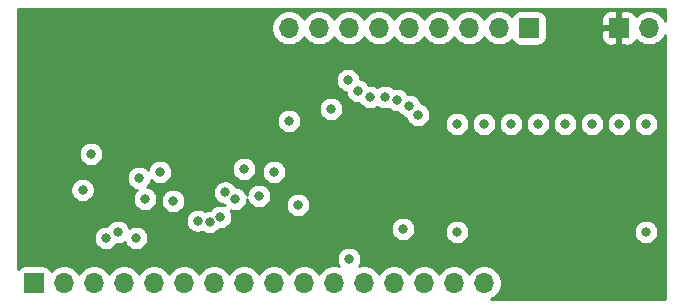
<source format=gbr>
%TF.GenerationSoftware,KiCad,Pcbnew,(5.1.10-1-10_14)*%
%TF.CreationDate,2021-12-18T11:23:09-05:00*%
%TF.ProjectId,Modules,4d6f6475-6c65-4732-9e6b-696361645f70,rev?*%
%TF.SameCoordinates,Original*%
%TF.FileFunction,Copper,L3,Inr*%
%TF.FilePolarity,Positive*%
%FSLAX46Y46*%
G04 Gerber Fmt 4.6, Leading zero omitted, Abs format (unit mm)*
G04 Created by KiCad (PCBNEW (5.1.10-1-10_14)) date 2021-12-18 11:23:09*
%MOMM*%
%LPD*%
G01*
G04 APERTURE LIST*
%TA.AperFunction,ComponentPad*%
%ADD10R,1.700000X1.700000*%
%TD*%
%TA.AperFunction,ComponentPad*%
%ADD11O,1.700000X1.700000*%
%TD*%
%TA.AperFunction,ViaPad*%
%ADD12C,0.800000*%
%TD*%
%TA.AperFunction,Conductor*%
%ADD13C,0.254000*%
%TD*%
%TA.AperFunction,Conductor*%
%ADD14C,0.100000*%
%TD*%
G04 APERTURE END LIST*
D10*
%TO.N,~OUTPUT*%
%TO.C,J3*%
X175514000Y-105156000D03*
D11*
%TO.N,Q0*%
X172974000Y-105156000D03*
%TO.N,Q1*%
X170434000Y-105156000D03*
%TO.N,Q2*%
X167894000Y-105156000D03*
%TO.N,Q3*%
X165354000Y-105156000D03*
%TO.N,Q4*%
X162814000Y-105156000D03*
%TO.N,Q5*%
X160274000Y-105156000D03*
%TO.N,Q6*%
X157734000Y-105156000D03*
%TO.N,Q7*%
X155194000Y-105156000D03*
%TD*%
%TO.N,GND*%
%TO.C,J2*%
X185674000Y-105156000D03*
D10*
%TO.N,VCC*%
X183134000Y-105156000D03*
%TD*%
D11*
%TO.N,A0*%
%TO.C,J1*%
X171704000Y-126746000D03*
%TO.N,A1*%
X169164000Y-126746000D03*
%TO.N,A2*%
X166624000Y-126746000D03*
%TO.N,A3*%
X164084000Y-126746000D03*
%TO.N,A4*%
X161544000Y-126746000D03*
%TO.N,A5*%
X159004000Y-126746000D03*
%TO.N,A6*%
X156464000Y-126746000D03*
%TO.N,A7*%
X153924000Y-126746000D03*
%TO.N,B0*%
X151384000Y-126746000D03*
%TO.N,B1*%
X148844000Y-126746000D03*
%TO.N,B2*%
X146304000Y-126746000D03*
%TO.N,B3*%
X143764000Y-126746000D03*
%TO.N,B4*%
X141224000Y-126746000D03*
%TO.N,B5*%
X138684000Y-126746000D03*
%TO.N,B6*%
X136144000Y-126746000D03*
D10*
%TO.N,B7*%
X133604000Y-126746000D03*
%TD*%
D12*
%TO.N,A0*%
X150622000Y-119634000D03*
X160274000Y-124714000D03*
%TO.N,A1*%
X152654000Y-119380000D03*
%TO.N,A2*%
X153924000Y-117348000D03*
%TO.N,A3*%
X151384000Y-117094000D03*
%TO.N,A5*%
X143002000Y-119634000D03*
X142240000Y-122936000D03*
%TO.N,A6*%
X138430000Y-115824000D03*
X140716000Y-122428000D03*
%TO.N,A7*%
X137729990Y-118872000D03*
X139700000Y-122936000D03*
%TO.N,B0*%
X149789940Y-119079294D03*
%TO.N,B1*%
X149369315Y-121149612D03*
%TO.N,B2*%
X148466180Y-121578999D03*
%TO.N,B3*%
X147471275Y-121478157D03*
%TO.N,B6*%
X144272000Y-117348000D03*
X142495411Y-117847506D03*
%TO.N,GND*%
X155956000Y-120142000D03*
X145377750Y-119792218D03*
X164846000Y-122174000D03*
X155194000Y-113030000D03*
X185420000Y-122428000D03*
X169418000Y-122428000D03*
%TO.N,VCC*%
X149166500Y-115247500D03*
X139398107Y-116881859D03*
X157734000Y-121158000D03*
X158750000Y-116840000D03*
%TO.N,Q7*%
X169418000Y-113284000D03*
%TO.N,Q6*%
X171704000Y-113284000D03*
X166116000Y-112522000D03*
%TO.N,Q5*%
X173990000Y-113284000D03*
X165354000Y-111760000D03*
%TO.N,Q4*%
X176276000Y-113284000D03*
X164338000Y-111252000D03*
%TO.N,Q3*%
X178562000Y-113284000D03*
X163322000Y-110998000D03*
%TO.N,Q2*%
X180848000Y-113284000D03*
X162052000Y-110998000D03*
%TO.N,Q1*%
X183134000Y-113284000D03*
X161036000Y-110490000D03*
%TO.N,Q0*%
X185420000Y-113284000D03*
X160185000Y-109563000D03*
%TO.N,~OUTPUT*%
X158750000Y-112014000D03*
%TD*%
D13*
%TO.N,VCC*%
X187046000Y-104587811D02*
X186989990Y-104452589D01*
X186827475Y-104209368D01*
X186620632Y-104002525D01*
X186377411Y-103840010D01*
X186107158Y-103728068D01*
X185820260Y-103671000D01*
X185527740Y-103671000D01*
X185240842Y-103728068D01*
X184970589Y-103840010D01*
X184727368Y-104002525D01*
X184595513Y-104134380D01*
X184573502Y-104061820D01*
X184514537Y-103951506D01*
X184435185Y-103854815D01*
X184338494Y-103775463D01*
X184228180Y-103716498D01*
X184108482Y-103680188D01*
X183984000Y-103667928D01*
X183419750Y-103671000D01*
X183261000Y-103829750D01*
X183261000Y-105029000D01*
X183281000Y-105029000D01*
X183281000Y-105283000D01*
X183261000Y-105283000D01*
X183261000Y-106482250D01*
X183419750Y-106641000D01*
X183984000Y-106644072D01*
X184108482Y-106631812D01*
X184228180Y-106595502D01*
X184338494Y-106536537D01*
X184435185Y-106457185D01*
X184514537Y-106360494D01*
X184573502Y-106250180D01*
X184595513Y-106177620D01*
X184727368Y-106309475D01*
X184970589Y-106471990D01*
X185240842Y-106583932D01*
X185527740Y-106641000D01*
X185820260Y-106641000D01*
X186107158Y-106583932D01*
X186377411Y-106471990D01*
X186620632Y-106309475D01*
X186827475Y-106102632D01*
X186989990Y-105859411D01*
X187046001Y-105724189D01*
X187046001Y-106647572D01*
X187046000Y-106647582D01*
X187046001Y-128118000D01*
X172272190Y-128118000D01*
X172407411Y-128061990D01*
X172650632Y-127899475D01*
X172857475Y-127692632D01*
X173019990Y-127449411D01*
X173131932Y-127179158D01*
X173189000Y-126892260D01*
X173189000Y-126599740D01*
X173131932Y-126312842D01*
X173019990Y-126042589D01*
X172857475Y-125799368D01*
X172650632Y-125592525D01*
X172407411Y-125430010D01*
X172137158Y-125318068D01*
X171850260Y-125261000D01*
X171557740Y-125261000D01*
X171270842Y-125318068D01*
X171000589Y-125430010D01*
X170757368Y-125592525D01*
X170550525Y-125799368D01*
X170434000Y-125973760D01*
X170317475Y-125799368D01*
X170110632Y-125592525D01*
X169867411Y-125430010D01*
X169597158Y-125318068D01*
X169310260Y-125261000D01*
X169017740Y-125261000D01*
X168730842Y-125318068D01*
X168460589Y-125430010D01*
X168217368Y-125592525D01*
X168010525Y-125799368D01*
X167894000Y-125973760D01*
X167777475Y-125799368D01*
X167570632Y-125592525D01*
X167327411Y-125430010D01*
X167057158Y-125318068D01*
X166770260Y-125261000D01*
X166477740Y-125261000D01*
X166190842Y-125318068D01*
X165920589Y-125430010D01*
X165677368Y-125592525D01*
X165470525Y-125799368D01*
X165354000Y-125973760D01*
X165237475Y-125799368D01*
X165030632Y-125592525D01*
X164787411Y-125430010D01*
X164517158Y-125318068D01*
X164230260Y-125261000D01*
X163937740Y-125261000D01*
X163650842Y-125318068D01*
X163380589Y-125430010D01*
X163137368Y-125592525D01*
X162930525Y-125799368D01*
X162814000Y-125973760D01*
X162697475Y-125799368D01*
X162490632Y-125592525D01*
X162247411Y-125430010D01*
X161977158Y-125318068D01*
X161690260Y-125261000D01*
X161397740Y-125261000D01*
X161115820Y-125317078D01*
X161191205Y-125204256D01*
X161269226Y-125015898D01*
X161309000Y-124815939D01*
X161309000Y-124612061D01*
X161269226Y-124412102D01*
X161191205Y-124223744D01*
X161077937Y-124054226D01*
X160933774Y-123910063D01*
X160764256Y-123796795D01*
X160575898Y-123718774D01*
X160375939Y-123679000D01*
X160172061Y-123679000D01*
X159972102Y-123718774D01*
X159783744Y-123796795D01*
X159614226Y-123910063D01*
X159470063Y-124054226D01*
X159356795Y-124223744D01*
X159278774Y-124412102D01*
X159239000Y-124612061D01*
X159239000Y-124815939D01*
X159278774Y-125015898D01*
X159356795Y-125204256D01*
X159432180Y-125317078D01*
X159150260Y-125261000D01*
X158857740Y-125261000D01*
X158570842Y-125318068D01*
X158300589Y-125430010D01*
X158057368Y-125592525D01*
X157850525Y-125799368D01*
X157734000Y-125973760D01*
X157617475Y-125799368D01*
X157410632Y-125592525D01*
X157167411Y-125430010D01*
X156897158Y-125318068D01*
X156610260Y-125261000D01*
X156317740Y-125261000D01*
X156030842Y-125318068D01*
X155760589Y-125430010D01*
X155517368Y-125592525D01*
X155310525Y-125799368D01*
X155194000Y-125973760D01*
X155077475Y-125799368D01*
X154870632Y-125592525D01*
X154627411Y-125430010D01*
X154357158Y-125318068D01*
X154070260Y-125261000D01*
X153777740Y-125261000D01*
X153490842Y-125318068D01*
X153220589Y-125430010D01*
X152977368Y-125592525D01*
X152770525Y-125799368D01*
X152654000Y-125973760D01*
X152537475Y-125799368D01*
X152330632Y-125592525D01*
X152087411Y-125430010D01*
X151817158Y-125318068D01*
X151530260Y-125261000D01*
X151237740Y-125261000D01*
X150950842Y-125318068D01*
X150680589Y-125430010D01*
X150437368Y-125592525D01*
X150230525Y-125799368D01*
X150114000Y-125973760D01*
X149997475Y-125799368D01*
X149790632Y-125592525D01*
X149547411Y-125430010D01*
X149277158Y-125318068D01*
X148990260Y-125261000D01*
X148697740Y-125261000D01*
X148410842Y-125318068D01*
X148140589Y-125430010D01*
X147897368Y-125592525D01*
X147690525Y-125799368D01*
X147574000Y-125973760D01*
X147457475Y-125799368D01*
X147250632Y-125592525D01*
X147007411Y-125430010D01*
X146737158Y-125318068D01*
X146450260Y-125261000D01*
X146157740Y-125261000D01*
X145870842Y-125318068D01*
X145600589Y-125430010D01*
X145357368Y-125592525D01*
X145150525Y-125799368D01*
X145034000Y-125973760D01*
X144917475Y-125799368D01*
X144710632Y-125592525D01*
X144467411Y-125430010D01*
X144197158Y-125318068D01*
X143910260Y-125261000D01*
X143617740Y-125261000D01*
X143330842Y-125318068D01*
X143060589Y-125430010D01*
X142817368Y-125592525D01*
X142610525Y-125799368D01*
X142494000Y-125973760D01*
X142377475Y-125799368D01*
X142170632Y-125592525D01*
X141927411Y-125430010D01*
X141657158Y-125318068D01*
X141370260Y-125261000D01*
X141077740Y-125261000D01*
X140790842Y-125318068D01*
X140520589Y-125430010D01*
X140277368Y-125592525D01*
X140070525Y-125799368D01*
X139954000Y-125973760D01*
X139837475Y-125799368D01*
X139630632Y-125592525D01*
X139387411Y-125430010D01*
X139117158Y-125318068D01*
X138830260Y-125261000D01*
X138537740Y-125261000D01*
X138250842Y-125318068D01*
X137980589Y-125430010D01*
X137737368Y-125592525D01*
X137530525Y-125799368D01*
X137414000Y-125973760D01*
X137297475Y-125799368D01*
X137090632Y-125592525D01*
X136847411Y-125430010D01*
X136577158Y-125318068D01*
X136290260Y-125261000D01*
X135997740Y-125261000D01*
X135710842Y-125318068D01*
X135440589Y-125430010D01*
X135197368Y-125592525D01*
X135065513Y-125724380D01*
X135043502Y-125651820D01*
X134984537Y-125541506D01*
X134905185Y-125444815D01*
X134808494Y-125365463D01*
X134698180Y-125306498D01*
X134578482Y-125270188D01*
X134454000Y-125257928D01*
X132754000Y-125257928D01*
X132629518Y-125270188D01*
X132509820Y-125306498D01*
X132399506Y-125365463D01*
X132302815Y-125444815D01*
X132232000Y-125531104D01*
X132232000Y-122834061D01*
X138665000Y-122834061D01*
X138665000Y-123037939D01*
X138704774Y-123237898D01*
X138782795Y-123426256D01*
X138896063Y-123595774D01*
X139040226Y-123739937D01*
X139209744Y-123853205D01*
X139398102Y-123931226D01*
X139598061Y-123971000D01*
X139801939Y-123971000D01*
X140001898Y-123931226D01*
X140190256Y-123853205D01*
X140359774Y-123739937D01*
X140503937Y-123595774D01*
X140595165Y-123459241D01*
X140614061Y-123463000D01*
X140817939Y-123463000D01*
X141017898Y-123423226D01*
X141206256Y-123345205D01*
X141271237Y-123301786D01*
X141322795Y-123426256D01*
X141436063Y-123595774D01*
X141580226Y-123739937D01*
X141749744Y-123853205D01*
X141938102Y-123931226D01*
X142138061Y-123971000D01*
X142341939Y-123971000D01*
X142541898Y-123931226D01*
X142730256Y-123853205D01*
X142899774Y-123739937D01*
X143043937Y-123595774D01*
X143157205Y-123426256D01*
X143235226Y-123237898D01*
X143275000Y-123037939D01*
X143275000Y-122834061D01*
X143235226Y-122634102D01*
X143157205Y-122445744D01*
X143043937Y-122276226D01*
X142899774Y-122132063D01*
X142730256Y-122018795D01*
X142541898Y-121940774D01*
X142341939Y-121901000D01*
X142138061Y-121901000D01*
X141938102Y-121940774D01*
X141749744Y-122018795D01*
X141684763Y-122062214D01*
X141633205Y-121937744D01*
X141519937Y-121768226D01*
X141375774Y-121624063D01*
X141206256Y-121510795D01*
X141017898Y-121432774D01*
X140817939Y-121393000D01*
X140614061Y-121393000D01*
X140414102Y-121432774D01*
X140225744Y-121510795D01*
X140056226Y-121624063D01*
X139912063Y-121768226D01*
X139820835Y-121904759D01*
X139801939Y-121901000D01*
X139598061Y-121901000D01*
X139398102Y-121940774D01*
X139209744Y-122018795D01*
X139040226Y-122132063D01*
X138896063Y-122276226D01*
X138782795Y-122445744D01*
X138704774Y-122634102D01*
X138665000Y-122834061D01*
X132232000Y-122834061D01*
X132232000Y-121376218D01*
X146436275Y-121376218D01*
X146436275Y-121580096D01*
X146476049Y-121780055D01*
X146554070Y-121968413D01*
X146667338Y-122137931D01*
X146811501Y-122282094D01*
X146981019Y-122395362D01*
X147169377Y-122473383D01*
X147369336Y-122513157D01*
X147573214Y-122513157D01*
X147773173Y-122473383D01*
X147877250Y-122430272D01*
X147975924Y-122496204D01*
X148164282Y-122574225D01*
X148364241Y-122613999D01*
X148568119Y-122613999D01*
X148768078Y-122574225D01*
X148956436Y-122496204D01*
X149125954Y-122382936D01*
X149270117Y-122238773D01*
X149306306Y-122184612D01*
X149471254Y-122184612D01*
X149671213Y-122144838D01*
X149846910Y-122072061D01*
X163811000Y-122072061D01*
X163811000Y-122275939D01*
X163850774Y-122475898D01*
X163928795Y-122664256D01*
X164042063Y-122833774D01*
X164186226Y-122977937D01*
X164355744Y-123091205D01*
X164544102Y-123169226D01*
X164744061Y-123209000D01*
X164947939Y-123209000D01*
X165147898Y-123169226D01*
X165336256Y-123091205D01*
X165505774Y-122977937D01*
X165649937Y-122833774D01*
X165763205Y-122664256D01*
X165841226Y-122475898D01*
X165871030Y-122326061D01*
X168383000Y-122326061D01*
X168383000Y-122529939D01*
X168422774Y-122729898D01*
X168500795Y-122918256D01*
X168614063Y-123087774D01*
X168758226Y-123231937D01*
X168927744Y-123345205D01*
X169116102Y-123423226D01*
X169316061Y-123463000D01*
X169519939Y-123463000D01*
X169719898Y-123423226D01*
X169908256Y-123345205D01*
X170077774Y-123231937D01*
X170221937Y-123087774D01*
X170335205Y-122918256D01*
X170413226Y-122729898D01*
X170453000Y-122529939D01*
X170453000Y-122326061D01*
X184385000Y-122326061D01*
X184385000Y-122529939D01*
X184424774Y-122729898D01*
X184502795Y-122918256D01*
X184616063Y-123087774D01*
X184760226Y-123231937D01*
X184929744Y-123345205D01*
X185118102Y-123423226D01*
X185318061Y-123463000D01*
X185521939Y-123463000D01*
X185721898Y-123423226D01*
X185910256Y-123345205D01*
X186079774Y-123231937D01*
X186223937Y-123087774D01*
X186337205Y-122918256D01*
X186415226Y-122729898D01*
X186455000Y-122529939D01*
X186455000Y-122326061D01*
X186415226Y-122126102D01*
X186337205Y-121937744D01*
X186223937Y-121768226D01*
X186079774Y-121624063D01*
X185910256Y-121510795D01*
X185721898Y-121432774D01*
X185521939Y-121393000D01*
X185318061Y-121393000D01*
X185118102Y-121432774D01*
X184929744Y-121510795D01*
X184760226Y-121624063D01*
X184616063Y-121768226D01*
X184502795Y-121937744D01*
X184424774Y-122126102D01*
X184385000Y-122326061D01*
X170453000Y-122326061D01*
X170413226Y-122126102D01*
X170335205Y-121937744D01*
X170221937Y-121768226D01*
X170077774Y-121624063D01*
X169908256Y-121510795D01*
X169719898Y-121432774D01*
X169519939Y-121393000D01*
X169316061Y-121393000D01*
X169116102Y-121432774D01*
X168927744Y-121510795D01*
X168758226Y-121624063D01*
X168614063Y-121768226D01*
X168500795Y-121937744D01*
X168422774Y-122126102D01*
X168383000Y-122326061D01*
X165871030Y-122326061D01*
X165881000Y-122275939D01*
X165881000Y-122072061D01*
X165841226Y-121872102D01*
X165763205Y-121683744D01*
X165649937Y-121514226D01*
X165505774Y-121370063D01*
X165336256Y-121256795D01*
X165147898Y-121178774D01*
X164947939Y-121139000D01*
X164744061Y-121139000D01*
X164544102Y-121178774D01*
X164355744Y-121256795D01*
X164186226Y-121370063D01*
X164042063Y-121514226D01*
X163928795Y-121683744D01*
X163850774Y-121872102D01*
X163811000Y-122072061D01*
X149846910Y-122072061D01*
X149859571Y-122066817D01*
X150029089Y-121953549D01*
X150173252Y-121809386D01*
X150286520Y-121639868D01*
X150364541Y-121451510D01*
X150404315Y-121251551D01*
X150404315Y-121047673D01*
X150364541Y-120847714D01*
X150286520Y-120659356D01*
X150245832Y-120598462D01*
X150320102Y-120629226D01*
X150520061Y-120669000D01*
X150723939Y-120669000D01*
X150923898Y-120629226D01*
X151112256Y-120551205D01*
X151281774Y-120437937D01*
X151425937Y-120293774D01*
X151539205Y-120124256D01*
X151617226Y-119935898D01*
X151657000Y-119735939D01*
X151657000Y-119672979D01*
X151658774Y-119681898D01*
X151736795Y-119870256D01*
X151850063Y-120039774D01*
X151994226Y-120183937D01*
X152163744Y-120297205D01*
X152352102Y-120375226D01*
X152552061Y-120415000D01*
X152755939Y-120415000D01*
X152955898Y-120375226D01*
X153144256Y-120297205D01*
X153313774Y-120183937D01*
X153457650Y-120040061D01*
X154921000Y-120040061D01*
X154921000Y-120243939D01*
X154960774Y-120443898D01*
X155038795Y-120632256D01*
X155152063Y-120801774D01*
X155296226Y-120945937D01*
X155465744Y-121059205D01*
X155654102Y-121137226D01*
X155854061Y-121177000D01*
X156057939Y-121177000D01*
X156257898Y-121137226D01*
X156446256Y-121059205D01*
X156615774Y-120945937D01*
X156759937Y-120801774D01*
X156873205Y-120632256D01*
X156951226Y-120443898D01*
X156991000Y-120243939D01*
X156991000Y-120040061D01*
X156951226Y-119840102D01*
X156873205Y-119651744D01*
X156759937Y-119482226D01*
X156615774Y-119338063D01*
X156446256Y-119224795D01*
X156257898Y-119146774D01*
X156057939Y-119107000D01*
X155854061Y-119107000D01*
X155654102Y-119146774D01*
X155465744Y-119224795D01*
X155296226Y-119338063D01*
X155152063Y-119482226D01*
X155038795Y-119651744D01*
X154960774Y-119840102D01*
X154921000Y-120040061D01*
X153457650Y-120040061D01*
X153457937Y-120039774D01*
X153571205Y-119870256D01*
X153649226Y-119681898D01*
X153689000Y-119481939D01*
X153689000Y-119278061D01*
X153649226Y-119078102D01*
X153571205Y-118889744D01*
X153457937Y-118720226D01*
X153313774Y-118576063D01*
X153144256Y-118462795D01*
X152955898Y-118384774D01*
X152755939Y-118345000D01*
X152552061Y-118345000D01*
X152352102Y-118384774D01*
X152163744Y-118462795D01*
X151994226Y-118576063D01*
X151850063Y-118720226D01*
X151736795Y-118889744D01*
X151658774Y-119078102D01*
X151619000Y-119278061D01*
X151619000Y-119341021D01*
X151617226Y-119332102D01*
X151539205Y-119143744D01*
X151425937Y-118974226D01*
X151281774Y-118830063D01*
X151112256Y-118716795D01*
X150923898Y-118638774D01*
X150723939Y-118599000D01*
X150711271Y-118599000D01*
X150707145Y-118589038D01*
X150593877Y-118419520D01*
X150449714Y-118275357D01*
X150280196Y-118162089D01*
X150091838Y-118084068D01*
X149891879Y-118044294D01*
X149688001Y-118044294D01*
X149488042Y-118084068D01*
X149299684Y-118162089D01*
X149130166Y-118275357D01*
X148986003Y-118419520D01*
X148872735Y-118589038D01*
X148794714Y-118777396D01*
X148754940Y-118977355D01*
X148754940Y-119181233D01*
X148794714Y-119381192D01*
X148872735Y-119569550D01*
X148986003Y-119739068D01*
X149130166Y-119883231D01*
X149299684Y-119996499D01*
X149488042Y-120074520D01*
X149688001Y-120114294D01*
X149700669Y-120114294D01*
X149704795Y-120124256D01*
X149745483Y-120185150D01*
X149671213Y-120154386D01*
X149471254Y-120114612D01*
X149267376Y-120114612D01*
X149067417Y-120154386D01*
X148879059Y-120232407D01*
X148709541Y-120345675D01*
X148565378Y-120489838D01*
X148529189Y-120543999D01*
X148364241Y-120543999D01*
X148164282Y-120583773D01*
X148060205Y-120626884D01*
X147961531Y-120560952D01*
X147773173Y-120482931D01*
X147573214Y-120443157D01*
X147369336Y-120443157D01*
X147169377Y-120482931D01*
X146981019Y-120560952D01*
X146811501Y-120674220D01*
X146667338Y-120818383D01*
X146554070Y-120987901D01*
X146476049Y-121176259D01*
X146436275Y-121376218D01*
X132232000Y-121376218D01*
X132232000Y-118770061D01*
X136694990Y-118770061D01*
X136694990Y-118973939D01*
X136734764Y-119173898D01*
X136812785Y-119362256D01*
X136926053Y-119531774D01*
X137070216Y-119675937D01*
X137239734Y-119789205D01*
X137428092Y-119867226D01*
X137628051Y-119907000D01*
X137831929Y-119907000D01*
X138031888Y-119867226D01*
X138220246Y-119789205D01*
X138389764Y-119675937D01*
X138533927Y-119531774D01*
X138647195Y-119362256D01*
X138725216Y-119173898D01*
X138764990Y-118973939D01*
X138764990Y-118770061D01*
X138725216Y-118570102D01*
X138647195Y-118381744D01*
X138533927Y-118212226D01*
X138389764Y-118068063D01*
X138220246Y-117954795D01*
X138031888Y-117876774D01*
X137831929Y-117837000D01*
X137628051Y-117837000D01*
X137428092Y-117876774D01*
X137239734Y-117954795D01*
X137070216Y-118068063D01*
X136926053Y-118212226D01*
X136812785Y-118381744D01*
X136734764Y-118570102D01*
X136694990Y-118770061D01*
X132232000Y-118770061D01*
X132232000Y-117745567D01*
X141460411Y-117745567D01*
X141460411Y-117949445D01*
X141500185Y-118149404D01*
X141578206Y-118337762D01*
X141691474Y-118507280D01*
X141835637Y-118651443D01*
X142005155Y-118764711D01*
X142193513Y-118842732D01*
X142306986Y-118865303D01*
X142198063Y-118974226D01*
X142084795Y-119143744D01*
X142006774Y-119332102D01*
X141967000Y-119532061D01*
X141967000Y-119735939D01*
X142006774Y-119935898D01*
X142084795Y-120124256D01*
X142198063Y-120293774D01*
X142342226Y-120437937D01*
X142511744Y-120551205D01*
X142700102Y-120629226D01*
X142900061Y-120669000D01*
X143103939Y-120669000D01*
X143303898Y-120629226D01*
X143492256Y-120551205D01*
X143661774Y-120437937D01*
X143805937Y-120293774D01*
X143919205Y-120124256D01*
X143997226Y-119935898D01*
X144037000Y-119735939D01*
X144037000Y-119690279D01*
X144342750Y-119690279D01*
X144342750Y-119894157D01*
X144382524Y-120094116D01*
X144460545Y-120282474D01*
X144573813Y-120451992D01*
X144717976Y-120596155D01*
X144887494Y-120709423D01*
X145075852Y-120787444D01*
X145275811Y-120827218D01*
X145479689Y-120827218D01*
X145679648Y-120787444D01*
X145868006Y-120709423D01*
X146037524Y-120596155D01*
X146181687Y-120451992D01*
X146294955Y-120282474D01*
X146372976Y-120094116D01*
X146412750Y-119894157D01*
X146412750Y-119690279D01*
X146372976Y-119490320D01*
X146294955Y-119301962D01*
X146181687Y-119132444D01*
X146037524Y-118988281D01*
X145868006Y-118875013D01*
X145679648Y-118796992D01*
X145479689Y-118757218D01*
X145275811Y-118757218D01*
X145075852Y-118796992D01*
X144887494Y-118875013D01*
X144717976Y-118988281D01*
X144573813Y-119132444D01*
X144460545Y-119301962D01*
X144382524Y-119490320D01*
X144342750Y-119690279D01*
X144037000Y-119690279D01*
X144037000Y-119532061D01*
X143997226Y-119332102D01*
X143919205Y-119143744D01*
X143805937Y-118974226D01*
X143661774Y-118830063D01*
X143492256Y-118716795D01*
X143303898Y-118638774D01*
X143190425Y-118616203D01*
X143299348Y-118507280D01*
X143412616Y-118337762D01*
X143490637Y-118149404D01*
X143510390Y-118050101D01*
X143612226Y-118151937D01*
X143781744Y-118265205D01*
X143970102Y-118343226D01*
X144170061Y-118383000D01*
X144373939Y-118383000D01*
X144573898Y-118343226D01*
X144762256Y-118265205D01*
X144931774Y-118151937D01*
X145075937Y-118007774D01*
X145189205Y-117838256D01*
X145267226Y-117649898D01*
X145307000Y-117449939D01*
X145307000Y-117246061D01*
X145267226Y-117046102D01*
X145244842Y-116992061D01*
X150349000Y-116992061D01*
X150349000Y-117195939D01*
X150388774Y-117395898D01*
X150466795Y-117584256D01*
X150580063Y-117753774D01*
X150724226Y-117897937D01*
X150893744Y-118011205D01*
X151082102Y-118089226D01*
X151282061Y-118129000D01*
X151485939Y-118129000D01*
X151685898Y-118089226D01*
X151874256Y-118011205D01*
X152043774Y-117897937D01*
X152187937Y-117753774D01*
X152301205Y-117584256D01*
X152379226Y-117395898D01*
X152409030Y-117246061D01*
X152889000Y-117246061D01*
X152889000Y-117449939D01*
X152928774Y-117649898D01*
X153006795Y-117838256D01*
X153120063Y-118007774D01*
X153264226Y-118151937D01*
X153433744Y-118265205D01*
X153622102Y-118343226D01*
X153822061Y-118383000D01*
X154025939Y-118383000D01*
X154225898Y-118343226D01*
X154414256Y-118265205D01*
X154583774Y-118151937D01*
X154727937Y-118007774D01*
X154841205Y-117838256D01*
X154919226Y-117649898D01*
X154959000Y-117449939D01*
X154959000Y-117246061D01*
X154919226Y-117046102D01*
X154841205Y-116857744D01*
X154727937Y-116688226D01*
X154583774Y-116544063D01*
X154414256Y-116430795D01*
X154225898Y-116352774D01*
X154025939Y-116313000D01*
X153822061Y-116313000D01*
X153622102Y-116352774D01*
X153433744Y-116430795D01*
X153264226Y-116544063D01*
X153120063Y-116688226D01*
X153006795Y-116857744D01*
X152928774Y-117046102D01*
X152889000Y-117246061D01*
X152409030Y-117246061D01*
X152419000Y-117195939D01*
X152419000Y-116992061D01*
X152379226Y-116792102D01*
X152301205Y-116603744D01*
X152187937Y-116434226D01*
X152043774Y-116290063D01*
X151874256Y-116176795D01*
X151685898Y-116098774D01*
X151485939Y-116059000D01*
X151282061Y-116059000D01*
X151082102Y-116098774D01*
X150893744Y-116176795D01*
X150724226Y-116290063D01*
X150580063Y-116434226D01*
X150466795Y-116603744D01*
X150388774Y-116792102D01*
X150349000Y-116992061D01*
X145244842Y-116992061D01*
X145189205Y-116857744D01*
X145075937Y-116688226D01*
X144931774Y-116544063D01*
X144762256Y-116430795D01*
X144573898Y-116352774D01*
X144373939Y-116313000D01*
X144170061Y-116313000D01*
X143970102Y-116352774D01*
X143781744Y-116430795D01*
X143612226Y-116544063D01*
X143468063Y-116688226D01*
X143354795Y-116857744D01*
X143276774Y-117046102D01*
X143257021Y-117145405D01*
X143155185Y-117043569D01*
X142985667Y-116930301D01*
X142797309Y-116852280D01*
X142597350Y-116812506D01*
X142393472Y-116812506D01*
X142193513Y-116852280D01*
X142005155Y-116930301D01*
X141835637Y-117043569D01*
X141691474Y-117187732D01*
X141578206Y-117357250D01*
X141500185Y-117545608D01*
X141460411Y-117745567D01*
X132232000Y-117745567D01*
X132232000Y-115722061D01*
X137395000Y-115722061D01*
X137395000Y-115925939D01*
X137434774Y-116125898D01*
X137512795Y-116314256D01*
X137626063Y-116483774D01*
X137770226Y-116627937D01*
X137939744Y-116741205D01*
X138128102Y-116819226D01*
X138328061Y-116859000D01*
X138531939Y-116859000D01*
X138731898Y-116819226D01*
X138920256Y-116741205D01*
X139089774Y-116627937D01*
X139233937Y-116483774D01*
X139347205Y-116314256D01*
X139425226Y-116125898D01*
X139465000Y-115925939D01*
X139465000Y-115722061D01*
X139425226Y-115522102D01*
X139347205Y-115333744D01*
X139233937Y-115164226D01*
X139089774Y-115020063D01*
X138920256Y-114906795D01*
X138731898Y-114828774D01*
X138531939Y-114789000D01*
X138328061Y-114789000D01*
X138128102Y-114828774D01*
X137939744Y-114906795D01*
X137770226Y-115020063D01*
X137626063Y-115164226D01*
X137512795Y-115333744D01*
X137434774Y-115522102D01*
X137395000Y-115722061D01*
X132232000Y-115722061D01*
X132232000Y-112928061D01*
X154159000Y-112928061D01*
X154159000Y-113131939D01*
X154198774Y-113331898D01*
X154276795Y-113520256D01*
X154390063Y-113689774D01*
X154534226Y-113833937D01*
X154703744Y-113947205D01*
X154892102Y-114025226D01*
X155092061Y-114065000D01*
X155295939Y-114065000D01*
X155495898Y-114025226D01*
X155684256Y-113947205D01*
X155853774Y-113833937D01*
X155997937Y-113689774D01*
X156111205Y-113520256D01*
X156189226Y-113331898D01*
X156229000Y-113131939D01*
X156229000Y-112928061D01*
X156189226Y-112728102D01*
X156111205Y-112539744D01*
X155997937Y-112370226D01*
X155853774Y-112226063D01*
X155684256Y-112112795D01*
X155495898Y-112034774D01*
X155295939Y-111995000D01*
X155092061Y-111995000D01*
X154892102Y-112034774D01*
X154703744Y-112112795D01*
X154534226Y-112226063D01*
X154390063Y-112370226D01*
X154276795Y-112539744D01*
X154198774Y-112728102D01*
X154159000Y-112928061D01*
X132232000Y-112928061D01*
X132232000Y-111912061D01*
X157715000Y-111912061D01*
X157715000Y-112115939D01*
X157754774Y-112315898D01*
X157832795Y-112504256D01*
X157946063Y-112673774D01*
X158090226Y-112817937D01*
X158259744Y-112931205D01*
X158448102Y-113009226D01*
X158648061Y-113049000D01*
X158851939Y-113049000D01*
X159051898Y-113009226D01*
X159240256Y-112931205D01*
X159409774Y-112817937D01*
X159553937Y-112673774D01*
X159667205Y-112504256D01*
X159745226Y-112315898D01*
X159785000Y-112115939D01*
X159785000Y-111912061D01*
X159745226Y-111712102D01*
X159667205Y-111523744D01*
X159553937Y-111354226D01*
X159409774Y-111210063D01*
X159240256Y-111096795D01*
X159051898Y-111018774D01*
X158851939Y-110979000D01*
X158648061Y-110979000D01*
X158448102Y-111018774D01*
X158259744Y-111096795D01*
X158090226Y-111210063D01*
X157946063Y-111354226D01*
X157832795Y-111523744D01*
X157754774Y-111712102D01*
X157715000Y-111912061D01*
X132232000Y-111912061D01*
X132232000Y-109461061D01*
X159150000Y-109461061D01*
X159150000Y-109664939D01*
X159189774Y-109864898D01*
X159267795Y-110053256D01*
X159381063Y-110222774D01*
X159525226Y-110366937D01*
X159694744Y-110480205D01*
X159883102Y-110558226D01*
X160001000Y-110581677D01*
X160001000Y-110591939D01*
X160040774Y-110791898D01*
X160118795Y-110980256D01*
X160232063Y-111149774D01*
X160376226Y-111293937D01*
X160545744Y-111407205D01*
X160734102Y-111485226D01*
X160934061Y-111525000D01*
X161137939Y-111525000D01*
X161156835Y-111521241D01*
X161248063Y-111657774D01*
X161392226Y-111801937D01*
X161561744Y-111915205D01*
X161750102Y-111993226D01*
X161950061Y-112033000D01*
X162153939Y-112033000D01*
X162353898Y-111993226D01*
X162542256Y-111915205D01*
X162687000Y-111818490D01*
X162831744Y-111915205D01*
X163020102Y-111993226D01*
X163220061Y-112033000D01*
X163423939Y-112033000D01*
X163616906Y-111994617D01*
X163678226Y-112055937D01*
X163847744Y-112169205D01*
X164036102Y-112247226D01*
X164236061Y-112287000D01*
X164439939Y-112287000D01*
X164458835Y-112283241D01*
X164550063Y-112419774D01*
X164694226Y-112563937D01*
X164863744Y-112677205D01*
X165052102Y-112755226D01*
X165109381Y-112766619D01*
X165120774Y-112823898D01*
X165198795Y-113012256D01*
X165312063Y-113181774D01*
X165456226Y-113325937D01*
X165625744Y-113439205D01*
X165814102Y-113517226D01*
X166014061Y-113557000D01*
X166217939Y-113557000D01*
X166417898Y-113517226D01*
X166606256Y-113439205D01*
X166775774Y-113325937D01*
X166919650Y-113182061D01*
X168383000Y-113182061D01*
X168383000Y-113385939D01*
X168422774Y-113585898D01*
X168500795Y-113774256D01*
X168614063Y-113943774D01*
X168758226Y-114087937D01*
X168927744Y-114201205D01*
X169116102Y-114279226D01*
X169316061Y-114319000D01*
X169519939Y-114319000D01*
X169719898Y-114279226D01*
X169908256Y-114201205D01*
X170077774Y-114087937D01*
X170221937Y-113943774D01*
X170335205Y-113774256D01*
X170413226Y-113585898D01*
X170453000Y-113385939D01*
X170453000Y-113182061D01*
X170669000Y-113182061D01*
X170669000Y-113385939D01*
X170708774Y-113585898D01*
X170786795Y-113774256D01*
X170900063Y-113943774D01*
X171044226Y-114087937D01*
X171213744Y-114201205D01*
X171402102Y-114279226D01*
X171602061Y-114319000D01*
X171805939Y-114319000D01*
X172005898Y-114279226D01*
X172194256Y-114201205D01*
X172363774Y-114087937D01*
X172507937Y-113943774D01*
X172621205Y-113774256D01*
X172699226Y-113585898D01*
X172739000Y-113385939D01*
X172739000Y-113182061D01*
X172955000Y-113182061D01*
X172955000Y-113385939D01*
X172994774Y-113585898D01*
X173072795Y-113774256D01*
X173186063Y-113943774D01*
X173330226Y-114087937D01*
X173499744Y-114201205D01*
X173688102Y-114279226D01*
X173888061Y-114319000D01*
X174091939Y-114319000D01*
X174291898Y-114279226D01*
X174480256Y-114201205D01*
X174649774Y-114087937D01*
X174793937Y-113943774D01*
X174907205Y-113774256D01*
X174985226Y-113585898D01*
X175025000Y-113385939D01*
X175025000Y-113182061D01*
X175241000Y-113182061D01*
X175241000Y-113385939D01*
X175280774Y-113585898D01*
X175358795Y-113774256D01*
X175472063Y-113943774D01*
X175616226Y-114087937D01*
X175785744Y-114201205D01*
X175974102Y-114279226D01*
X176174061Y-114319000D01*
X176377939Y-114319000D01*
X176577898Y-114279226D01*
X176766256Y-114201205D01*
X176935774Y-114087937D01*
X177079937Y-113943774D01*
X177193205Y-113774256D01*
X177271226Y-113585898D01*
X177311000Y-113385939D01*
X177311000Y-113182061D01*
X177527000Y-113182061D01*
X177527000Y-113385939D01*
X177566774Y-113585898D01*
X177644795Y-113774256D01*
X177758063Y-113943774D01*
X177902226Y-114087937D01*
X178071744Y-114201205D01*
X178260102Y-114279226D01*
X178460061Y-114319000D01*
X178663939Y-114319000D01*
X178863898Y-114279226D01*
X179052256Y-114201205D01*
X179221774Y-114087937D01*
X179365937Y-113943774D01*
X179479205Y-113774256D01*
X179557226Y-113585898D01*
X179597000Y-113385939D01*
X179597000Y-113182061D01*
X179813000Y-113182061D01*
X179813000Y-113385939D01*
X179852774Y-113585898D01*
X179930795Y-113774256D01*
X180044063Y-113943774D01*
X180188226Y-114087937D01*
X180357744Y-114201205D01*
X180546102Y-114279226D01*
X180746061Y-114319000D01*
X180949939Y-114319000D01*
X181149898Y-114279226D01*
X181338256Y-114201205D01*
X181507774Y-114087937D01*
X181651937Y-113943774D01*
X181765205Y-113774256D01*
X181843226Y-113585898D01*
X181883000Y-113385939D01*
X181883000Y-113182061D01*
X182099000Y-113182061D01*
X182099000Y-113385939D01*
X182138774Y-113585898D01*
X182216795Y-113774256D01*
X182330063Y-113943774D01*
X182474226Y-114087937D01*
X182643744Y-114201205D01*
X182832102Y-114279226D01*
X183032061Y-114319000D01*
X183235939Y-114319000D01*
X183435898Y-114279226D01*
X183624256Y-114201205D01*
X183793774Y-114087937D01*
X183937937Y-113943774D01*
X184051205Y-113774256D01*
X184129226Y-113585898D01*
X184169000Y-113385939D01*
X184169000Y-113182061D01*
X184385000Y-113182061D01*
X184385000Y-113385939D01*
X184424774Y-113585898D01*
X184502795Y-113774256D01*
X184616063Y-113943774D01*
X184760226Y-114087937D01*
X184929744Y-114201205D01*
X185118102Y-114279226D01*
X185318061Y-114319000D01*
X185521939Y-114319000D01*
X185721898Y-114279226D01*
X185910256Y-114201205D01*
X186079774Y-114087937D01*
X186223937Y-113943774D01*
X186337205Y-113774256D01*
X186415226Y-113585898D01*
X186455000Y-113385939D01*
X186455000Y-113182061D01*
X186415226Y-112982102D01*
X186337205Y-112793744D01*
X186223937Y-112624226D01*
X186079774Y-112480063D01*
X185910256Y-112366795D01*
X185721898Y-112288774D01*
X185521939Y-112249000D01*
X185318061Y-112249000D01*
X185118102Y-112288774D01*
X184929744Y-112366795D01*
X184760226Y-112480063D01*
X184616063Y-112624226D01*
X184502795Y-112793744D01*
X184424774Y-112982102D01*
X184385000Y-113182061D01*
X184169000Y-113182061D01*
X184129226Y-112982102D01*
X184051205Y-112793744D01*
X183937937Y-112624226D01*
X183793774Y-112480063D01*
X183624256Y-112366795D01*
X183435898Y-112288774D01*
X183235939Y-112249000D01*
X183032061Y-112249000D01*
X182832102Y-112288774D01*
X182643744Y-112366795D01*
X182474226Y-112480063D01*
X182330063Y-112624226D01*
X182216795Y-112793744D01*
X182138774Y-112982102D01*
X182099000Y-113182061D01*
X181883000Y-113182061D01*
X181843226Y-112982102D01*
X181765205Y-112793744D01*
X181651937Y-112624226D01*
X181507774Y-112480063D01*
X181338256Y-112366795D01*
X181149898Y-112288774D01*
X180949939Y-112249000D01*
X180746061Y-112249000D01*
X180546102Y-112288774D01*
X180357744Y-112366795D01*
X180188226Y-112480063D01*
X180044063Y-112624226D01*
X179930795Y-112793744D01*
X179852774Y-112982102D01*
X179813000Y-113182061D01*
X179597000Y-113182061D01*
X179557226Y-112982102D01*
X179479205Y-112793744D01*
X179365937Y-112624226D01*
X179221774Y-112480063D01*
X179052256Y-112366795D01*
X178863898Y-112288774D01*
X178663939Y-112249000D01*
X178460061Y-112249000D01*
X178260102Y-112288774D01*
X178071744Y-112366795D01*
X177902226Y-112480063D01*
X177758063Y-112624226D01*
X177644795Y-112793744D01*
X177566774Y-112982102D01*
X177527000Y-113182061D01*
X177311000Y-113182061D01*
X177271226Y-112982102D01*
X177193205Y-112793744D01*
X177079937Y-112624226D01*
X176935774Y-112480063D01*
X176766256Y-112366795D01*
X176577898Y-112288774D01*
X176377939Y-112249000D01*
X176174061Y-112249000D01*
X175974102Y-112288774D01*
X175785744Y-112366795D01*
X175616226Y-112480063D01*
X175472063Y-112624226D01*
X175358795Y-112793744D01*
X175280774Y-112982102D01*
X175241000Y-113182061D01*
X175025000Y-113182061D01*
X174985226Y-112982102D01*
X174907205Y-112793744D01*
X174793937Y-112624226D01*
X174649774Y-112480063D01*
X174480256Y-112366795D01*
X174291898Y-112288774D01*
X174091939Y-112249000D01*
X173888061Y-112249000D01*
X173688102Y-112288774D01*
X173499744Y-112366795D01*
X173330226Y-112480063D01*
X173186063Y-112624226D01*
X173072795Y-112793744D01*
X172994774Y-112982102D01*
X172955000Y-113182061D01*
X172739000Y-113182061D01*
X172699226Y-112982102D01*
X172621205Y-112793744D01*
X172507937Y-112624226D01*
X172363774Y-112480063D01*
X172194256Y-112366795D01*
X172005898Y-112288774D01*
X171805939Y-112249000D01*
X171602061Y-112249000D01*
X171402102Y-112288774D01*
X171213744Y-112366795D01*
X171044226Y-112480063D01*
X170900063Y-112624226D01*
X170786795Y-112793744D01*
X170708774Y-112982102D01*
X170669000Y-113182061D01*
X170453000Y-113182061D01*
X170413226Y-112982102D01*
X170335205Y-112793744D01*
X170221937Y-112624226D01*
X170077774Y-112480063D01*
X169908256Y-112366795D01*
X169719898Y-112288774D01*
X169519939Y-112249000D01*
X169316061Y-112249000D01*
X169116102Y-112288774D01*
X168927744Y-112366795D01*
X168758226Y-112480063D01*
X168614063Y-112624226D01*
X168500795Y-112793744D01*
X168422774Y-112982102D01*
X168383000Y-113182061D01*
X166919650Y-113182061D01*
X166919937Y-113181774D01*
X167033205Y-113012256D01*
X167111226Y-112823898D01*
X167151000Y-112623939D01*
X167151000Y-112420061D01*
X167111226Y-112220102D01*
X167033205Y-112031744D01*
X166919937Y-111862226D01*
X166775774Y-111718063D01*
X166606256Y-111604795D01*
X166417898Y-111526774D01*
X166360619Y-111515381D01*
X166349226Y-111458102D01*
X166271205Y-111269744D01*
X166157937Y-111100226D01*
X166013774Y-110956063D01*
X165844256Y-110842795D01*
X165655898Y-110764774D01*
X165455939Y-110725000D01*
X165252061Y-110725000D01*
X165233165Y-110728759D01*
X165141937Y-110592226D01*
X164997774Y-110448063D01*
X164828256Y-110334795D01*
X164639898Y-110256774D01*
X164439939Y-110217000D01*
X164236061Y-110217000D01*
X164043094Y-110255383D01*
X163981774Y-110194063D01*
X163812256Y-110080795D01*
X163623898Y-110002774D01*
X163423939Y-109963000D01*
X163220061Y-109963000D01*
X163020102Y-110002774D01*
X162831744Y-110080795D01*
X162687000Y-110177510D01*
X162542256Y-110080795D01*
X162353898Y-110002774D01*
X162153939Y-109963000D01*
X161950061Y-109963000D01*
X161931165Y-109966759D01*
X161839937Y-109830226D01*
X161695774Y-109686063D01*
X161526256Y-109572795D01*
X161337898Y-109494774D01*
X161220000Y-109471323D01*
X161220000Y-109461061D01*
X161180226Y-109261102D01*
X161102205Y-109072744D01*
X160988937Y-108903226D01*
X160844774Y-108759063D01*
X160675256Y-108645795D01*
X160486898Y-108567774D01*
X160286939Y-108528000D01*
X160083061Y-108528000D01*
X159883102Y-108567774D01*
X159694744Y-108645795D01*
X159525226Y-108759063D01*
X159381063Y-108903226D01*
X159267795Y-109072744D01*
X159189774Y-109261102D01*
X159150000Y-109461061D01*
X132232000Y-109461061D01*
X132232000Y-105009740D01*
X153709000Y-105009740D01*
X153709000Y-105302260D01*
X153766068Y-105589158D01*
X153878010Y-105859411D01*
X154040525Y-106102632D01*
X154247368Y-106309475D01*
X154490589Y-106471990D01*
X154760842Y-106583932D01*
X155047740Y-106641000D01*
X155340260Y-106641000D01*
X155627158Y-106583932D01*
X155897411Y-106471990D01*
X156140632Y-106309475D01*
X156347475Y-106102632D01*
X156464000Y-105928240D01*
X156580525Y-106102632D01*
X156787368Y-106309475D01*
X157030589Y-106471990D01*
X157300842Y-106583932D01*
X157587740Y-106641000D01*
X157880260Y-106641000D01*
X158167158Y-106583932D01*
X158437411Y-106471990D01*
X158680632Y-106309475D01*
X158887475Y-106102632D01*
X159004000Y-105928240D01*
X159120525Y-106102632D01*
X159327368Y-106309475D01*
X159570589Y-106471990D01*
X159840842Y-106583932D01*
X160127740Y-106641000D01*
X160420260Y-106641000D01*
X160707158Y-106583932D01*
X160977411Y-106471990D01*
X161220632Y-106309475D01*
X161427475Y-106102632D01*
X161544000Y-105928240D01*
X161660525Y-106102632D01*
X161867368Y-106309475D01*
X162110589Y-106471990D01*
X162380842Y-106583932D01*
X162667740Y-106641000D01*
X162960260Y-106641000D01*
X163247158Y-106583932D01*
X163517411Y-106471990D01*
X163760632Y-106309475D01*
X163967475Y-106102632D01*
X164084000Y-105928240D01*
X164200525Y-106102632D01*
X164407368Y-106309475D01*
X164650589Y-106471990D01*
X164920842Y-106583932D01*
X165207740Y-106641000D01*
X165500260Y-106641000D01*
X165787158Y-106583932D01*
X166057411Y-106471990D01*
X166300632Y-106309475D01*
X166507475Y-106102632D01*
X166624000Y-105928240D01*
X166740525Y-106102632D01*
X166947368Y-106309475D01*
X167190589Y-106471990D01*
X167460842Y-106583932D01*
X167747740Y-106641000D01*
X168040260Y-106641000D01*
X168327158Y-106583932D01*
X168597411Y-106471990D01*
X168840632Y-106309475D01*
X169047475Y-106102632D01*
X169164000Y-105928240D01*
X169280525Y-106102632D01*
X169487368Y-106309475D01*
X169730589Y-106471990D01*
X170000842Y-106583932D01*
X170287740Y-106641000D01*
X170580260Y-106641000D01*
X170867158Y-106583932D01*
X171137411Y-106471990D01*
X171380632Y-106309475D01*
X171587475Y-106102632D01*
X171704000Y-105928240D01*
X171820525Y-106102632D01*
X172027368Y-106309475D01*
X172270589Y-106471990D01*
X172540842Y-106583932D01*
X172827740Y-106641000D01*
X173120260Y-106641000D01*
X173407158Y-106583932D01*
X173677411Y-106471990D01*
X173920632Y-106309475D01*
X174052487Y-106177620D01*
X174074498Y-106250180D01*
X174133463Y-106360494D01*
X174212815Y-106457185D01*
X174309506Y-106536537D01*
X174419820Y-106595502D01*
X174539518Y-106631812D01*
X174664000Y-106644072D01*
X176364000Y-106644072D01*
X176488482Y-106631812D01*
X176608180Y-106595502D01*
X176718494Y-106536537D01*
X176815185Y-106457185D01*
X176894537Y-106360494D01*
X176953502Y-106250180D01*
X176989812Y-106130482D01*
X177002072Y-106006000D01*
X181645928Y-106006000D01*
X181658188Y-106130482D01*
X181694498Y-106250180D01*
X181753463Y-106360494D01*
X181832815Y-106457185D01*
X181929506Y-106536537D01*
X182039820Y-106595502D01*
X182159518Y-106631812D01*
X182284000Y-106644072D01*
X182848250Y-106641000D01*
X183007000Y-106482250D01*
X183007000Y-105283000D01*
X181807750Y-105283000D01*
X181649000Y-105441750D01*
X181645928Y-106006000D01*
X177002072Y-106006000D01*
X177002072Y-104306000D01*
X181645928Y-104306000D01*
X181649000Y-104870250D01*
X181807750Y-105029000D01*
X183007000Y-105029000D01*
X183007000Y-103829750D01*
X182848250Y-103671000D01*
X182284000Y-103667928D01*
X182159518Y-103680188D01*
X182039820Y-103716498D01*
X181929506Y-103775463D01*
X181832815Y-103854815D01*
X181753463Y-103951506D01*
X181694498Y-104061820D01*
X181658188Y-104181518D01*
X181645928Y-104306000D01*
X177002072Y-104306000D01*
X176989812Y-104181518D01*
X176953502Y-104061820D01*
X176894537Y-103951506D01*
X176815185Y-103854815D01*
X176718494Y-103775463D01*
X176608180Y-103716498D01*
X176488482Y-103680188D01*
X176364000Y-103667928D01*
X174664000Y-103667928D01*
X174539518Y-103680188D01*
X174419820Y-103716498D01*
X174309506Y-103775463D01*
X174212815Y-103854815D01*
X174133463Y-103951506D01*
X174074498Y-104061820D01*
X174052487Y-104134380D01*
X173920632Y-104002525D01*
X173677411Y-103840010D01*
X173407158Y-103728068D01*
X173120260Y-103671000D01*
X172827740Y-103671000D01*
X172540842Y-103728068D01*
X172270589Y-103840010D01*
X172027368Y-104002525D01*
X171820525Y-104209368D01*
X171704000Y-104383760D01*
X171587475Y-104209368D01*
X171380632Y-104002525D01*
X171137411Y-103840010D01*
X170867158Y-103728068D01*
X170580260Y-103671000D01*
X170287740Y-103671000D01*
X170000842Y-103728068D01*
X169730589Y-103840010D01*
X169487368Y-104002525D01*
X169280525Y-104209368D01*
X169164000Y-104383760D01*
X169047475Y-104209368D01*
X168840632Y-104002525D01*
X168597411Y-103840010D01*
X168327158Y-103728068D01*
X168040260Y-103671000D01*
X167747740Y-103671000D01*
X167460842Y-103728068D01*
X167190589Y-103840010D01*
X166947368Y-104002525D01*
X166740525Y-104209368D01*
X166624000Y-104383760D01*
X166507475Y-104209368D01*
X166300632Y-104002525D01*
X166057411Y-103840010D01*
X165787158Y-103728068D01*
X165500260Y-103671000D01*
X165207740Y-103671000D01*
X164920842Y-103728068D01*
X164650589Y-103840010D01*
X164407368Y-104002525D01*
X164200525Y-104209368D01*
X164084000Y-104383760D01*
X163967475Y-104209368D01*
X163760632Y-104002525D01*
X163517411Y-103840010D01*
X163247158Y-103728068D01*
X162960260Y-103671000D01*
X162667740Y-103671000D01*
X162380842Y-103728068D01*
X162110589Y-103840010D01*
X161867368Y-104002525D01*
X161660525Y-104209368D01*
X161544000Y-104383760D01*
X161427475Y-104209368D01*
X161220632Y-104002525D01*
X160977411Y-103840010D01*
X160707158Y-103728068D01*
X160420260Y-103671000D01*
X160127740Y-103671000D01*
X159840842Y-103728068D01*
X159570589Y-103840010D01*
X159327368Y-104002525D01*
X159120525Y-104209368D01*
X159004000Y-104383760D01*
X158887475Y-104209368D01*
X158680632Y-104002525D01*
X158437411Y-103840010D01*
X158167158Y-103728068D01*
X157880260Y-103671000D01*
X157587740Y-103671000D01*
X157300842Y-103728068D01*
X157030589Y-103840010D01*
X156787368Y-104002525D01*
X156580525Y-104209368D01*
X156464000Y-104383760D01*
X156347475Y-104209368D01*
X156140632Y-104002525D01*
X155897411Y-103840010D01*
X155627158Y-103728068D01*
X155340260Y-103671000D01*
X155047740Y-103671000D01*
X154760842Y-103728068D01*
X154490589Y-103840010D01*
X154247368Y-104002525D01*
X154040525Y-104209368D01*
X153878010Y-104452589D01*
X153766068Y-104722842D01*
X153709000Y-105009740D01*
X132232000Y-105009740D01*
X132232000Y-103530000D01*
X187046000Y-103530000D01*
X187046000Y-104587811D01*
%TA.AperFunction,Conductor*%
D14*
G36*
X187046000Y-104587811D02*
G01*
X186989990Y-104452589D01*
X186827475Y-104209368D01*
X186620632Y-104002525D01*
X186377411Y-103840010D01*
X186107158Y-103728068D01*
X185820260Y-103671000D01*
X185527740Y-103671000D01*
X185240842Y-103728068D01*
X184970589Y-103840010D01*
X184727368Y-104002525D01*
X184595513Y-104134380D01*
X184573502Y-104061820D01*
X184514537Y-103951506D01*
X184435185Y-103854815D01*
X184338494Y-103775463D01*
X184228180Y-103716498D01*
X184108482Y-103680188D01*
X183984000Y-103667928D01*
X183419750Y-103671000D01*
X183261000Y-103829750D01*
X183261000Y-105029000D01*
X183281000Y-105029000D01*
X183281000Y-105283000D01*
X183261000Y-105283000D01*
X183261000Y-106482250D01*
X183419750Y-106641000D01*
X183984000Y-106644072D01*
X184108482Y-106631812D01*
X184228180Y-106595502D01*
X184338494Y-106536537D01*
X184435185Y-106457185D01*
X184514537Y-106360494D01*
X184573502Y-106250180D01*
X184595513Y-106177620D01*
X184727368Y-106309475D01*
X184970589Y-106471990D01*
X185240842Y-106583932D01*
X185527740Y-106641000D01*
X185820260Y-106641000D01*
X186107158Y-106583932D01*
X186377411Y-106471990D01*
X186620632Y-106309475D01*
X186827475Y-106102632D01*
X186989990Y-105859411D01*
X187046001Y-105724189D01*
X187046001Y-106647572D01*
X187046000Y-106647582D01*
X187046001Y-128118000D01*
X172272190Y-128118000D01*
X172407411Y-128061990D01*
X172650632Y-127899475D01*
X172857475Y-127692632D01*
X173019990Y-127449411D01*
X173131932Y-127179158D01*
X173189000Y-126892260D01*
X173189000Y-126599740D01*
X173131932Y-126312842D01*
X173019990Y-126042589D01*
X172857475Y-125799368D01*
X172650632Y-125592525D01*
X172407411Y-125430010D01*
X172137158Y-125318068D01*
X171850260Y-125261000D01*
X171557740Y-125261000D01*
X171270842Y-125318068D01*
X171000589Y-125430010D01*
X170757368Y-125592525D01*
X170550525Y-125799368D01*
X170434000Y-125973760D01*
X170317475Y-125799368D01*
X170110632Y-125592525D01*
X169867411Y-125430010D01*
X169597158Y-125318068D01*
X169310260Y-125261000D01*
X169017740Y-125261000D01*
X168730842Y-125318068D01*
X168460589Y-125430010D01*
X168217368Y-125592525D01*
X168010525Y-125799368D01*
X167894000Y-125973760D01*
X167777475Y-125799368D01*
X167570632Y-125592525D01*
X167327411Y-125430010D01*
X167057158Y-125318068D01*
X166770260Y-125261000D01*
X166477740Y-125261000D01*
X166190842Y-125318068D01*
X165920589Y-125430010D01*
X165677368Y-125592525D01*
X165470525Y-125799368D01*
X165354000Y-125973760D01*
X165237475Y-125799368D01*
X165030632Y-125592525D01*
X164787411Y-125430010D01*
X164517158Y-125318068D01*
X164230260Y-125261000D01*
X163937740Y-125261000D01*
X163650842Y-125318068D01*
X163380589Y-125430010D01*
X163137368Y-125592525D01*
X162930525Y-125799368D01*
X162814000Y-125973760D01*
X162697475Y-125799368D01*
X162490632Y-125592525D01*
X162247411Y-125430010D01*
X161977158Y-125318068D01*
X161690260Y-125261000D01*
X161397740Y-125261000D01*
X161115820Y-125317078D01*
X161191205Y-125204256D01*
X161269226Y-125015898D01*
X161309000Y-124815939D01*
X161309000Y-124612061D01*
X161269226Y-124412102D01*
X161191205Y-124223744D01*
X161077937Y-124054226D01*
X160933774Y-123910063D01*
X160764256Y-123796795D01*
X160575898Y-123718774D01*
X160375939Y-123679000D01*
X160172061Y-123679000D01*
X159972102Y-123718774D01*
X159783744Y-123796795D01*
X159614226Y-123910063D01*
X159470063Y-124054226D01*
X159356795Y-124223744D01*
X159278774Y-124412102D01*
X159239000Y-124612061D01*
X159239000Y-124815939D01*
X159278774Y-125015898D01*
X159356795Y-125204256D01*
X159432180Y-125317078D01*
X159150260Y-125261000D01*
X158857740Y-125261000D01*
X158570842Y-125318068D01*
X158300589Y-125430010D01*
X158057368Y-125592525D01*
X157850525Y-125799368D01*
X157734000Y-125973760D01*
X157617475Y-125799368D01*
X157410632Y-125592525D01*
X157167411Y-125430010D01*
X156897158Y-125318068D01*
X156610260Y-125261000D01*
X156317740Y-125261000D01*
X156030842Y-125318068D01*
X155760589Y-125430010D01*
X155517368Y-125592525D01*
X155310525Y-125799368D01*
X155194000Y-125973760D01*
X155077475Y-125799368D01*
X154870632Y-125592525D01*
X154627411Y-125430010D01*
X154357158Y-125318068D01*
X154070260Y-125261000D01*
X153777740Y-125261000D01*
X153490842Y-125318068D01*
X153220589Y-125430010D01*
X152977368Y-125592525D01*
X152770525Y-125799368D01*
X152654000Y-125973760D01*
X152537475Y-125799368D01*
X152330632Y-125592525D01*
X152087411Y-125430010D01*
X151817158Y-125318068D01*
X151530260Y-125261000D01*
X151237740Y-125261000D01*
X150950842Y-125318068D01*
X150680589Y-125430010D01*
X150437368Y-125592525D01*
X150230525Y-125799368D01*
X150114000Y-125973760D01*
X149997475Y-125799368D01*
X149790632Y-125592525D01*
X149547411Y-125430010D01*
X149277158Y-125318068D01*
X148990260Y-125261000D01*
X148697740Y-125261000D01*
X148410842Y-125318068D01*
X148140589Y-125430010D01*
X147897368Y-125592525D01*
X147690525Y-125799368D01*
X147574000Y-125973760D01*
X147457475Y-125799368D01*
X147250632Y-125592525D01*
X147007411Y-125430010D01*
X146737158Y-125318068D01*
X146450260Y-125261000D01*
X146157740Y-125261000D01*
X145870842Y-125318068D01*
X145600589Y-125430010D01*
X145357368Y-125592525D01*
X145150525Y-125799368D01*
X145034000Y-125973760D01*
X144917475Y-125799368D01*
X144710632Y-125592525D01*
X144467411Y-125430010D01*
X144197158Y-125318068D01*
X143910260Y-125261000D01*
X143617740Y-125261000D01*
X143330842Y-125318068D01*
X143060589Y-125430010D01*
X142817368Y-125592525D01*
X142610525Y-125799368D01*
X142494000Y-125973760D01*
X142377475Y-125799368D01*
X142170632Y-125592525D01*
X141927411Y-125430010D01*
X141657158Y-125318068D01*
X141370260Y-125261000D01*
X141077740Y-125261000D01*
X140790842Y-125318068D01*
X140520589Y-125430010D01*
X140277368Y-125592525D01*
X140070525Y-125799368D01*
X139954000Y-125973760D01*
X139837475Y-125799368D01*
X139630632Y-125592525D01*
X139387411Y-125430010D01*
X139117158Y-125318068D01*
X138830260Y-125261000D01*
X138537740Y-125261000D01*
X138250842Y-125318068D01*
X137980589Y-125430010D01*
X137737368Y-125592525D01*
X137530525Y-125799368D01*
X137414000Y-125973760D01*
X137297475Y-125799368D01*
X137090632Y-125592525D01*
X136847411Y-125430010D01*
X136577158Y-125318068D01*
X136290260Y-125261000D01*
X135997740Y-125261000D01*
X135710842Y-125318068D01*
X135440589Y-125430010D01*
X135197368Y-125592525D01*
X135065513Y-125724380D01*
X135043502Y-125651820D01*
X134984537Y-125541506D01*
X134905185Y-125444815D01*
X134808494Y-125365463D01*
X134698180Y-125306498D01*
X134578482Y-125270188D01*
X134454000Y-125257928D01*
X132754000Y-125257928D01*
X132629518Y-125270188D01*
X132509820Y-125306498D01*
X132399506Y-125365463D01*
X132302815Y-125444815D01*
X132232000Y-125531104D01*
X132232000Y-122834061D01*
X138665000Y-122834061D01*
X138665000Y-123037939D01*
X138704774Y-123237898D01*
X138782795Y-123426256D01*
X138896063Y-123595774D01*
X139040226Y-123739937D01*
X139209744Y-123853205D01*
X139398102Y-123931226D01*
X139598061Y-123971000D01*
X139801939Y-123971000D01*
X140001898Y-123931226D01*
X140190256Y-123853205D01*
X140359774Y-123739937D01*
X140503937Y-123595774D01*
X140595165Y-123459241D01*
X140614061Y-123463000D01*
X140817939Y-123463000D01*
X141017898Y-123423226D01*
X141206256Y-123345205D01*
X141271237Y-123301786D01*
X141322795Y-123426256D01*
X141436063Y-123595774D01*
X141580226Y-123739937D01*
X141749744Y-123853205D01*
X141938102Y-123931226D01*
X142138061Y-123971000D01*
X142341939Y-123971000D01*
X142541898Y-123931226D01*
X142730256Y-123853205D01*
X142899774Y-123739937D01*
X143043937Y-123595774D01*
X143157205Y-123426256D01*
X143235226Y-123237898D01*
X143275000Y-123037939D01*
X143275000Y-122834061D01*
X143235226Y-122634102D01*
X143157205Y-122445744D01*
X143043937Y-122276226D01*
X142899774Y-122132063D01*
X142730256Y-122018795D01*
X142541898Y-121940774D01*
X142341939Y-121901000D01*
X142138061Y-121901000D01*
X141938102Y-121940774D01*
X141749744Y-122018795D01*
X141684763Y-122062214D01*
X141633205Y-121937744D01*
X141519937Y-121768226D01*
X141375774Y-121624063D01*
X141206256Y-121510795D01*
X141017898Y-121432774D01*
X140817939Y-121393000D01*
X140614061Y-121393000D01*
X140414102Y-121432774D01*
X140225744Y-121510795D01*
X140056226Y-121624063D01*
X139912063Y-121768226D01*
X139820835Y-121904759D01*
X139801939Y-121901000D01*
X139598061Y-121901000D01*
X139398102Y-121940774D01*
X139209744Y-122018795D01*
X139040226Y-122132063D01*
X138896063Y-122276226D01*
X138782795Y-122445744D01*
X138704774Y-122634102D01*
X138665000Y-122834061D01*
X132232000Y-122834061D01*
X132232000Y-121376218D01*
X146436275Y-121376218D01*
X146436275Y-121580096D01*
X146476049Y-121780055D01*
X146554070Y-121968413D01*
X146667338Y-122137931D01*
X146811501Y-122282094D01*
X146981019Y-122395362D01*
X147169377Y-122473383D01*
X147369336Y-122513157D01*
X147573214Y-122513157D01*
X147773173Y-122473383D01*
X147877250Y-122430272D01*
X147975924Y-122496204D01*
X148164282Y-122574225D01*
X148364241Y-122613999D01*
X148568119Y-122613999D01*
X148768078Y-122574225D01*
X148956436Y-122496204D01*
X149125954Y-122382936D01*
X149270117Y-122238773D01*
X149306306Y-122184612D01*
X149471254Y-122184612D01*
X149671213Y-122144838D01*
X149846910Y-122072061D01*
X163811000Y-122072061D01*
X163811000Y-122275939D01*
X163850774Y-122475898D01*
X163928795Y-122664256D01*
X164042063Y-122833774D01*
X164186226Y-122977937D01*
X164355744Y-123091205D01*
X164544102Y-123169226D01*
X164744061Y-123209000D01*
X164947939Y-123209000D01*
X165147898Y-123169226D01*
X165336256Y-123091205D01*
X165505774Y-122977937D01*
X165649937Y-122833774D01*
X165763205Y-122664256D01*
X165841226Y-122475898D01*
X165871030Y-122326061D01*
X168383000Y-122326061D01*
X168383000Y-122529939D01*
X168422774Y-122729898D01*
X168500795Y-122918256D01*
X168614063Y-123087774D01*
X168758226Y-123231937D01*
X168927744Y-123345205D01*
X169116102Y-123423226D01*
X169316061Y-123463000D01*
X169519939Y-123463000D01*
X169719898Y-123423226D01*
X169908256Y-123345205D01*
X170077774Y-123231937D01*
X170221937Y-123087774D01*
X170335205Y-122918256D01*
X170413226Y-122729898D01*
X170453000Y-122529939D01*
X170453000Y-122326061D01*
X184385000Y-122326061D01*
X184385000Y-122529939D01*
X184424774Y-122729898D01*
X184502795Y-122918256D01*
X184616063Y-123087774D01*
X184760226Y-123231937D01*
X184929744Y-123345205D01*
X185118102Y-123423226D01*
X185318061Y-123463000D01*
X185521939Y-123463000D01*
X185721898Y-123423226D01*
X185910256Y-123345205D01*
X186079774Y-123231937D01*
X186223937Y-123087774D01*
X186337205Y-122918256D01*
X186415226Y-122729898D01*
X186455000Y-122529939D01*
X186455000Y-122326061D01*
X186415226Y-122126102D01*
X186337205Y-121937744D01*
X186223937Y-121768226D01*
X186079774Y-121624063D01*
X185910256Y-121510795D01*
X185721898Y-121432774D01*
X185521939Y-121393000D01*
X185318061Y-121393000D01*
X185118102Y-121432774D01*
X184929744Y-121510795D01*
X184760226Y-121624063D01*
X184616063Y-121768226D01*
X184502795Y-121937744D01*
X184424774Y-122126102D01*
X184385000Y-122326061D01*
X170453000Y-122326061D01*
X170413226Y-122126102D01*
X170335205Y-121937744D01*
X170221937Y-121768226D01*
X170077774Y-121624063D01*
X169908256Y-121510795D01*
X169719898Y-121432774D01*
X169519939Y-121393000D01*
X169316061Y-121393000D01*
X169116102Y-121432774D01*
X168927744Y-121510795D01*
X168758226Y-121624063D01*
X168614063Y-121768226D01*
X168500795Y-121937744D01*
X168422774Y-122126102D01*
X168383000Y-122326061D01*
X165871030Y-122326061D01*
X165881000Y-122275939D01*
X165881000Y-122072061D01*
X165841226Y-121872102D01*
X165763205Y-121683744D01*
X165649937Y-121514226D01*
X165505774Y-121370063D01*
X165336256Y-121256795D01*
X165147898Y-121178774D01*
X164947939Y-121139000D01*
X164744061Y-121139000D01*
X164544102Y-121178774D01*
X164355744Y-121256795D01*
X164186226Y-121370063D01*
X164042063Y-121514226D01*
X163928795Y-121683744D01*
X163850774Y-121872102D01*
X163811000Y-122072061D01*
X149846910Y-122072061D01*
X149859571Y-122066817D01*
X150029089Y-121953549D01*
X150173252Y-121809386D01*
X150286520Y-121639868D01*
X150364541Y-121451510D01*
X150404315Y-121251551D01*
X150404315Y-121047673D01*
X150364541Y-120847714D01*
X150286520Y-120659356D01*
X150245832Y-120598462D01*
X150320102Y-120629226D01*
X150520061Y-120669000D01*
X150723939Y-120669000D01*
X150923898Y-120629226D01*
X151112256Y-120551205D01*
X151281774Y-120437937D01*
X151425937Y-120293774D01*
X151539205Y-120124256D01*
X151617226Y-119935898D01*
X151657000Y-119735939D01*
X151657000Y-119672979D01*
X151658774Y-119681898D01*
X151736795Y-119870256D01*
X151850063Y-120039774D01*
X151994226Y-120183937D01*
X152163744Y-120297205D01*
X152352102Y-120375226D01*
X152552061Y-120415000D01*
X152755939Y-120415000D01*
X152955898Y-120375226D01*
X153144256Y-120297205D01*
X153313774Y-120183937D01*
X153457650Y-120040061D01*
X154921000Y-120040061D01*
X154921000Y-120243939D01*
X154960774Y-120443898D01*
X155038795Y-120632256D01*
X155152063Y-120801774D01*
X155296226Y-120945937D01*
X155465744Y-121059205D01*
X155654102Y-121137226D01*
X155854061Y-121177000D01*
X156057939Y-121177000D01*
X156257898Y-121137226D01*
X156446256Y-121059205D01*
X156615774Y-120945937D01*
X156759937Y-120801774D01*
X156873205Y-120632256D01*
X156951226Y-120443898D01*
X156991000Y-120243939D01*
X156991000Y-120040061D01*
X156951226Y-119840102D01*
X156873205Y-119651744D01*
X156759937Y-119482226D01*
X156615774Y-119338063D01*
X156446256Y-119224795D01*
X156257898Y-119146774D01*
X156057939Y-119107000D01*
X155854061Y-119107000D01*
X155654102Y-119146774D01*
X155465744Y-119224795D01*
X155296226Y-119338063D01*
X155152063Y-119482226D01*
X155038795Y-119651744D01*
X154960774Y-119840102D01*
X154921000Y-120040061D01*
X153457650Y-120040061D01*
X153457937Y-120039774D01*
X153571205Y-119870256D01*
X153649226Y-119681898D01*
X153689000Y-119481939D01*
X153689000Y-119278061D01*
X153649226Y-119078102D01*
X153571205Y-118889744D01*
X153457937Y-118720226D01*
X153313774Y-118576063D01*
X153144256Y-118462795D01*
X152955898Y-118384774D01*
X152755939Y-118345000D01*
X152552061Y-118345000D01*
X152352102Y-118384774D01*
X152163744Y-118462795D01*
X151994226Y-118576063D01*
X151850063Y-118720226D01*
X151736795Y-118889744D01*
X151658774Y-119078102D01*
X151619000Y-119278061D01*
X151619000Y-119341021D01*
X151617226Y-119332102D01*
X151539205Y-119143744D01*
X151425937Y-118974226D01*
X151281774Y-118830063D01*
X151112256Y-118716795D01*
X150923898Y-118638774D01*
X150723939Y-118599000D01*
X150711271Y-118599000D01*
X150707145Y-118589038D01*
X150593877Y-118419520D01*
X150449714Y-118275357D01*
X150280196Y-118162089D01*
X150091838Y-118084068D01*
X149891879Y-118044294D01*
X149688001Y-118044294D01*
X149488042Y-118084068D01*
X149299684Y-118162089D01*
X149130166Y-118275357D01*
X148986003Y-118419520D01*
X148872735Y-118589038D01*
X148794714Y-118777396D01*
X148754940Y-118977355D01*
X148754940Y-119181233D01*
X148794714Y-119381192D01*
X148872735Y-119569550D01*
X148986003Y-119739068D01*
X149130166Y-119883231D01*
X149299684Y-119996499D01*
X149488042Y-120074520D01*
X149688001Y-120114294D01*
X149700669Y-120114294D01*
X149704795Y-120124256D01*
X149745483Y-120185150D01*
X149671213Y-120154386D01*
X149471254Y-120114612D01*
X149267376Y-120114612D01*
X149067417Y-120154386D01*
X148879059Y-120232407D01*
X148709541Y-120345675D01*
X148565378Y-120489838D01*
X148529189Y-120543999D01*
X148364241Y-120543999D01*
X148164282Y-120583773D01*
X148060205Y-120626884D01*
X147961531Y-120560952D01*
X147773173Y-120482931D01*
X147573214Y-120443157D01*
X147369336Y-120443157D01*
X147169377Y-120482931D01*
X146981019Y-120560952D01*
X146811501Y-120674220D01*
X146667338Y-120818383D01*
X146554070Y-120987901D01*
X146476049Y-121176259D01*
X146436275Y-121376218D01*
X132232000Y-121376218D01*
X132232000Y-118770061D01*
X136694990Y-118770061D01*
X136694990Y-118973939D01*
X136734764Y-119173898D01*
X136812785Y-119362256D01*
X136926053Y-119531774D01*
X137070216Y-119675937D01*
X137239734Y-119789205D01*
X137428092Y-119867226D01*
X137628051Y-119907000D01*
X137831929Y-119907000D01*
X138031888Y-119867226D01*
X138220246Y-119789205D01*
X138389764Y-119675937D01*
X138533927Y-119531774D01*
X138647195Y-119362256D01*
X138725216Y-119173898D01*
X138764990Y-118973939D01*
X138764990Y-118770061D01*
X138725216Y-118570102D01*
X138647195Y-118381744D01*
X138533927Y-118212226D01*
X138389764Y-118068063D01*
X138220246Y-117954795D01*
X138031888Y-117876774D01*
X137831929Y-117837000D01*
X137628051Y-117837000D01*
X137428092Y-117876774D01*
X137239734Y-117954795D01*
X137070216Y-118068063D01*
X136926053Y-118212226D01*
X136812785Y-118381744D01*
X136734764Y-118570102D01*
X136694990Y-118770061D01*
X132232000Y-118770061D01*
X132232000Y-117745567D01*
X141460411Y-117745567D01*
X141460411Y-117949445D01*
X141500185Y-118149404D01*
X141578206Y-118337762D01*
X141691474Y-118507280D01*
X141835637Y-118651443D01*
X142005155Y-118764711D01*
X142193513Y-118842732D01*
X142306986Y-118865303D01*
X142198063Y-118974226D01*
X142084795Y-119143744D01*
X142006774Y-119332102D01*
X141967000Y-119532061D01*
X141967000Y-119735939D01*
X142006774Y-119935898D01*
X142084795Y-120124256D01*
X142198063Y-120293774D01*
X142342226Y-120437937D01*
X142511744Y-120551205D01*
X142700102Y-120629226D01*
X142900061Y-120669000D01*
X143103939Y-120669000D01*
X143303898Y-120629226D01*
X143492256Y-120551205D01*
X143661774Y-120437937D01*
X143805937Y-120293774D01*
X143919205Y-120124256D01*
X143997226Y-119935898D01*
X144037000Y-119735939D01*
X144037000Y-119690279D01*
X144342750Y-119690279D01*
X144342750Y-119894157D01*
X144382524Y-120094116D01*
X144460545Y-120282474D01*
X144573813Y-120451992D01*
X144717976Y-120596155D01*
X144887494Y-120709423D01*
X145075852Y-120787444D01*
X145275811Y-120827218D01*
X145479689Y-120827218D01*
X145679648Y-120787444D01*
X145868006Y-120709423D01*
X146037524Y-120596155D01*
X146181687Y-120451992D01*
X146294955Y-120282474D01*
X146372976Y-120094116D01*
X146412750Y-119894157D01*
X146412750Y-119690279D01*
X146372976Y-119490320D01*
X146294955Y-119301962D01*
X146181687Y-119132444D01*
X146037524Y-118988281D01*
X145868006Y-118875013D01*
X145679648Y-118796992D01*
X145479689Y-118757218D01*
X145275811Y-118757218D01*
X145075852Y-118796992D01*
X144887494Y-118875013D01*
X144717976Y-118988281D01*
X144573813Y-119132444D01*
X144460545Y-119301962D01*
X144382524Y-119490320D01*
X144342750Y-119690279D01*
X144037000Y-119690279D01*
X144037000Y-119532061D01*
X143997226Y-119332102D01*
X143919205Y-119143744D01*
X143805937Y-118974226D01*
X143661774Y-118830063D01*
X143492256Y-118716795D01*
X143303898Y-118638774D01*
X143190425Y-118616203D01*
X143299348Y-118507280D01*
X143412616Y-118337762D01*
X143490637Y-118149404D01*
X143510390Y-118050101D01*
X143612226Y-118151937D01*
X143781744Y-118265205D01*
X143970102Y-118343226D01*
X144170061Y-118383000D01*
X144373939Y-118383000D01*
X144573898Y-118343226D01*
X144762256Y-118265205D01*
X144931774Y-118151937D01*
X145075937Y-118007774D01*
X145189205Y-117838256D01*
X145267226Y-117649898D01*
X145307000Y-117449939D01*
X145307000Y-117246061D01*
X145267226Y-117046102D01*
X145244842Y-116992061D01*
X150349000Y-116992061D01*
X150349000Y-117195939D01*
X150388774Y-117395898D01*
X150466795Y-117584256D01*
X150580063Y-117753774D01*
X150724226Y-117897937D01*
X150893744Y-118011205D01*
X151082102Y-118089226D01*
X151282061Y-118129000D01*
X151485939Y-118129000D01*
X151685898Y-118089226D01*
X151874256Y-118011205D01*
X152043774Y-117897937D01*
X152187937Y-117753774D01*
X152301205Y-117584256D01*
X152379226Y-117395898D01*
X152409030Y-117246061D01*
X152889000Y-117246061D01*
X152889000Y-117449939D01*
X152928774Y-117649898D01*
X153006795Y-117838256D01*
X153120063Y-118007774D01*
X153264226Y-118151937D01*
X153433744Y-118265205D01*
X153622102Y-118343226D01*
X153822061Y-118383000D01*
X154025939Y-118383000D01*
X154225898Y-118343226D01*
X154414256Y-118265205D01*
X154583774Y-118151937D01*
X154727937Y-118007774D01*
X154841205Y-117838256D01*
X154919226Y-117649898D01*
X154959000Y-117449939D01*
X154959000Y-117246061D01*
X154919226Y-117046102D01*
X154841205Y-116857744D01*
X154727937Y-116688226D01*
X154583774Y-116544063D01*
X154414256Y-116430795D01*
X154225898Y-116352774D01*
X154025939Y-116313000D01*
X153822061Y-116313000D01*
X153622102Y-116352774D01*
X153433744Y-116430795D01*
X153264226Y-116544063D01*
X153120063Y-116688226D01*
X153006795Y-116857744D01*
X152928774Y-117046102D01*
X152889000Y-117246061D01*
X152409030Y-117246061D01*
X152419000Y-117195939D01*
X152419000Y-116992061D01*
X152379226Y-116792102D01*
X152301205Y-116603744D01*
X152187937Y-116434226D01*
X152043774Y-116290063D01*
X151874256Y-116176795D01*
X151685898Y-116098774D01*
X151485939Y-116059000D01*
X151282061Y-116059000D01*
X151082102Y-116098774D01*
X150893744Y-116176795D01*
X150724226Y-116290063D01*
X150580063Y-116434226D01*
X150466795Y-116603744D01*
X150388774Y-116792102D01*
X150349000Y-116992061D01*
X145244842Y-116992061D01*
X145189205Y-116857744D01*
X145075937Y-116688226D01*
X144931774Y-116544063D01*
X144762256Y-116430795D01*
X144573898Y-116352774D01*
X144373939Y-116313000D01*
X144170061Y-116313000D01*
X143970102Y-116352774D01*
X143781744Y-116430795D01*
X143612226Y-116544063D01*
X143468063Y-116688226D01*
X143354795Y-116857744D01*
X143276774Y-117046102D01*
X143257021Y-117145405D01*
X143155185Y-117043569D01*
X142985667Y-116930301D01*
X142797309Y-116852280D01*
X142597350Y-116812506D01*
X142393472Y-116812506D01*
X142193513Y-116852280D01*
X142005155Y-116930301D01*
X141835637Y-117043569D01*
X141691474Y-117187732D01*
X141578206Y-117357250D01*
X141500185Y-117545608D01*
X141460411Y-117745567D01*
X132232000Y-117745567D01*
X132232000Y-115722061D01*
X137395000Y-115722061D01*
X137395000Y-115925939D01*
X137434774Y-116125898D01*
X137512795Y-116314256D01*
X137626063Y-116483774D01*
X137770226Y-116627937D01*
X137939744Y-116741205D01*
X138128102Y-116819226D01*
X138328061Y-116859000D01*
X138531939Y-116859000D01*
X138731898Y-116819226D01*
X138920256Y-116741205D01*
X139089774Y-116627937D01*
X139233937Y-116483774D01*
X139347205Y-116314256D01*
X139425226Y-116125898D01*
X139465000Y-115925939D01*
X139465000Y-115722061D01*
X139425226Y-115522102D01*
X139347205Y-115333744D01*
X139233937Y-115164226D01*
X139089774Y-115020063D01*
X138920256Y-114906795D01*
X138731898Y-114828774D01*
X138531939Y-114789000D01*
X138328061Y-114789000D01*
X138128102Y-114828774D01*
X137939744Y-114906795D01*
X137770226Y-115020063D01*
X137626063Y-115164226D01*
X137512795Y-115333744D01*
X137434774Y-115522102D01*
X137395000Y-115722061D01*
X132232000Y-115722061D01*
X132232000Y-112928061D01*
X154159000Y-112928061D01*
X154159000Y-113131939D01*
X154198774Y-113331898D01*
X154276795Y-113520256D01*
X154390063Y-113689774D01*
X154534226Y-113833937D01*
X154703744Y-113947205D01*
X154892102Y-114025226D01*
X155092061Y-114065000D01*
X155295939Y-114065000D01*
X155495898Y-114025226D01*
X155684256Y-113947205D01*
X155853774Y-113833937D01*
X155997937Y-113689774D01*
X156111205Y-113520256D01*
X156189226Y-113331898D01*
X156229000Y-113131939D01*
X156229000Y-112928061D01*
X156189226Y-112728102D01*
X156111205Y-112539744D01*
X155997937Y-112370226D01*
X155853774Y-112226063D01*
X155684256Y-112112795D01*
X155495898Y-112034774D01*
X155295939Y-111995000D01*
X155092061Y-111995000D01*
X154892102Y-112034774D01*
X154703744Y-112112795D01*
X154534226Y-112226063D01*
X154390063Y-112370226D01*
X154276795Y-112539744D01*
X154198774Y-112728102D01*
X154159000Y-112928061D01*
X132232000Y-112928061D01*
X132232000Y-111912061D01*
X157715000Y-111912061D01*
X157715000Y-112115939D01*
X157754774Y-112315898D01*
X157832795Y-112504256D01*
X157946063Y-112673774D01*
X158090226Y-112817937D01*
X158259744Y-112931205D01*
X158448102Y-113009226D01*
X158648061Y-113049000D01*
X158851939Y-113049000D01*
X159051898Y-113009226D01*
X159240256Y-112931205D01*
X159409774Y-112817937D01*
X159553937Y-112673774D01*
X159667205Y-112504256D01*
X159745226Y-112315898D01*
X159785000Y-112115939D01*
X159785000Y-111912061D01*
X159745226Y-111712102D01*
X159667205Y-111523744D01*
X159553937Y-111354226D01*
X159409774Y-111210063D01*
X159240256Y-111096795D01*
X159051898Y-111018774D01*
X158851939Y-110979000D01*
X158648061Y-110979000D01*
X158448102Y-111018774D01*
X158259744Y-111096795D01*
X158090226Y-111210063D01*
X157946063Y-111354226D01*
X157832795Y-111523744D01*
X157754774Y-111712102D01*
X157715000Y-111912061D01*
X132232000Y-111912061D01*
X132232000Y-109461061D01*
X159150000Y-109461061D01*
X159150000Y-109664939D01*
X159189774Y-109864898D01*
X159267795Y-110053256D01*
X159381063Y-110222774D01*
X159525226Y-110366937D01*
X159694744Y-110480205D01*
X159883102Y-110558226D01*
X160001000Y-110581677D01*
X160001000Y-110591939D01*
X160040774Y-110791898D01*
X160118795Y-110980256D01*
X160232063Y-111149774D01*
X160376226Y-111293937D01*
X160545744Y-111407205D01*
X160734102Y-111485226D01*
X160934061Y-111525000D01*
X161137939Y-111525000D01*
X161156835Y-111521241D01*
X161248063Y-111657774D01*
X161392226Y-111801937D01*
X161561744Y-111915205D01*
X161750102Y-111993226D01*
X161950061Y-112033000D01*
X162153939Y-112033000D01*
X162353898Y-111993226D01*
X162542256Y-111915205D01*
X162687000Y-111818490D01*
X162831744Y-111915205D01*
X163020102Y-111993226D01*
X163220061Y-112033000D01*
X163423939Y-112033000D01*
X163616906Y-111994617D01*
X163678226Y-112055937D01*
X163847744Y-112169205D01*
X164036102Y-112247226D01*
X164236061Y-112287000D01*
X164439939Y-112287000D01*
X164458835Y-112283241D01*
X164550063Y-112419774D01*
X164694226Y-112563937D01*
X164863744Y-112677205D01*
X165052102Y-112755226D01*
X165109381Y-112766619D01*
X165120774Y-112823898D01*
X165198795Y-113012256D01*
X165312063Y-113181774D01*
X165456226Y-113325937D01*
X165625744Y-113439205D01*
X165814102Y-113517226D01*
X166014061Y-113557000D01*
X166217939Y-113557000D01*
X166417898Y-113517226D01*
X166606256Y-113439205D01*
X166775774Y-113325937D01*
X166919650Y-113182061D01*
X168383000Y-113182061D01*
X168383000Y-113385939D01*
X168422774Y-113585898D01*
X168500795Y-113774256D01*
X168614063Y-113943774D01*
X168758226Y-114087937D01*
X168927744Y-114201205D01*
X169116102Y-114279226D01*
X169316061Y-114319000D01*
X169519939Y-114319000D01*
X169719898Y-114279226D01*
X169908256Y-114201205D01*
X170077774Y-114087937D01*
X170221937Y-113943774D01*
X170335205Y-113774256D01*
X170413226Y-113585898D01*
X170453000Y-113385939D01*
X170453000Y-113182061D01*
X170669000Y-113182061D01*
X170669000Y-113385939D01*
X170708774Y-113585898D01*
X170786795Y-113774256D01*
X170900063Y-113943774D01*
X171044226Y-114087937D01*
X171213744Y-114201205D01*
X171402102Y-114279226D01*
X171602061Y-114319000D01*
X171805939Y-114319000D01*
X172005898Y-114279226D01*
X172194256Y-114201205D01*
X172363774Y-114087937D01*
X172507937Y-113943774D01*
X172621205Y-113774256D01*
X172699226Y-113585898D01*
X172739000Y-113385939D01*
X172739000Y-113182061D01*
X172955000Y-113182061D01*
X172955000Y-113385939D01*
X172994774Y-113585898D01*
X173072795Y-113774256D01*
X173186063Y-113943774D01*
X173330226Y-114087937D01*
X173499744Y-114201205D01*
X173688102Y-114279226D01*
X173888061Y-114319000D01*
X174091939Y-114319000D01*
X174291898Y-114279226D01*
X174480256Y-114201205D01*
X174649774Y-114087937D01*
X174793937Y-113943774D01*
X174907205Y-113774256D01*
X174985226Y-113585898D01*
X175025000Y-113385939D01*
X175025000Y-113182061D01*
X175241000Y-113182061D01*
X175241000Y-113385939D01*
X175280774Y-113585898D01*
X175358795Y-113774256D01*
X175472063Y-113943774D01*
X175616226Y-114087937D01*
X175785744Y-114201205D01*
X175974102Y-114279226D01*
X176174061Y-114319000D01*
X176377939Y-114319000D01*
X176577898Y-114279226D01*
X176766256Y-114201205D01*
X176935774Y-114087937D01*
X177079937Y-113943774D01*
X177193205Y-113774256D01*
X177271226Y-113585898D01*
X177311000Y-113385939D01*
X177311000Y-113182061D01*
X177527000Y-113182061D01*
X177527000Y-113385939D01*
X177566774Y-113585898D01*
X177644795Y-113774256D01*
X177758063Y-113943774D01*
X177902226Y-114087937D01*
X178071744Y-114201205D01*
X178260102Y-114279226D01*
X178460061Y-114319000D01*
X178663939Y-114319000D01*
X178863898Y-114279226D01*
X179052256Y-114201205D01*
X179221774Y-114087937D01*
X179365937Y-113943774D01*
X179479205Y-113774256D01*
X179557226Y-113585898D01*
X179597000Y-113385939D01*
X179597000Y-113182061D01*
X179813000Y-113182061D01*
X179813000Y-113385939D01*
X179852774Y-113585898D01*
X179930795Y-113774256D01*
X180044063Y-113943774D01*
X180188226Y-114087937D01*
X180357744Y-114201205D01*
X180546102Y-114279226D01*
X180746061Y-114319000D01*
X180949939Y-114319000D01*
X181149898Y-114279226D01*
X181338256Y-114201205D01*
X181507774Y-114087937D01*
X181651937Y-113943774D01*
X181765205Y-113774256D01*
X181843226Y-113585898D01*
X181883000Y-113385939D01*
X181883000Y-113182061D01*
X182099000Y-113182061D01*
X182099000Y-113385939D01*
X182138774Y-113585898D01*
X182216795Y-113774256D01*
X182330063Y-113943774D01*
X182474226Y-114087937D01*
X182643744Y-114201205D01*
X182832102Y-114279226D01*
X183032061Y-114319000D01*
X183235939Y-114319000D01*
X183435898Y-114279226D01*
X183624256Y-114201205D01*
X183793774Y-114087937D01*
X183937937Y-113943774D01*
X184051205Y-113774256D01*
X184129226Y-113585898D01*
X184169000Y-113385939D01*
X184169000Y-113182061D01*
X184385000Y-113182061D01*
X184385000Y-113385939D01*
X184424774Y-113585898D01*
X184502795Y-113774256D01*
X184616063Y-113943774D01*
X184760226Y-114087937D01*
X184929744Y-114201205D01*
X185118102Y-114279226D01*
X185318061Y-114319000D01*
X185521939Y-114319000D01*
X185721898Y-114279226D01*
X185910256Y-114201205D01*
X186079774Y-114087937D01*
X186223937Y-113943774D01*
X186337205Y-113774256D01*
X186415226Y-113585898D01*
X186455000Y-113385939D01*
X186455000Y-113182061D01*
X186415226Y-112982102D01*
X186337205Y-112793744D01*
X186223937Y-112624226D01*
X186079774Y-112480063D01*
X185910256Y-112366795D01*
X185721898Y-112288774D01*
X185521939Y-112249000D01*
X185318061Y-112249000D01*
X185118102Y-112288774D01*
X184929744Y-112366795D01*
X184760226Y-112480063D01*
X184616063Y-112624226D01*
X184502795Y-112793744D01*
X184424774Y-112982102D01*
X184385000Y-113182061D01*
X184169000Y-113182061D01*
X184129226Y-112982102D01*
X184051205Y-112793744D01*
X183937937Y-112624226D01*
X183793774Y-112480063D01*
X183624256Y-112366795D01*
X183435898Y-112288774D01*
X183235939Y-112249000D01*
X183032061Y-112249000D01*
X182832102Y-112288774D01*
X182643744Y-112366795D01*
X182474226Y-112480063D01*
X182330063Y-112624226D01*
X182216795Y-112793744D01*
X182138774Y-112982102D01*
X182099000Y-113182061D01*
X181883000Y-113182061D01*
X181843226Y-112982102D01*
X181765205Y-112793744D01*
X181651937Y-112624226D01*
X181507774Y-112480063D01*
X181338256Y-112366795D01*
X181149898Y-112288774D01*
X180949939Y-112249000D01*
X180746061Y-112249000D01*
X180546102Y-112288774D01*
X180357744Y-112366795D01*
X180188226Y-112480063D01*
X180044063Y-112624226D01*
X179930795Y-112793744D01*
X179852774Y-112982102D01*
X179813000Y-113182061D01*
X179597000Y-113182061D01*
X179557226Y-112982102D01*
X179479205Y-112793744D01*
X179365937Y-112624226D01*
X179221774Y-112480063D01*
X179052256Y-112366795D01*
X178863898Y-112288774D01*
X178663939Y-112249000D01*
X178460061Y-112249000D01*
X178260102Y-112288774D01*
X178071744Y-112366795D01*
X177902226Y-112480063D01*
X177758063Y-112624226D01*
X177644795Y-112793744D01*
X177566774Y-112982102D01*
X177527000Y-113182061D01*
X177311000Y-113182061D01*
X177271226Y-112982102D01*
X177193205Y-112793744D01*
X177079937Y-112624226D01*
X176935774Y-112480063D01*
X176766256Y-112366795D01*
X176577898Y-112288774D01*
X176377939Y-112249000D01*
X176174061Y-112249000D01*
X175974102Y-112288774D01*
X175785744Y-112366795D01*
X175616226Y-112480063D01*
X175472063Y-112624226D01*
X175358795Y-112793744D01*
X175280774Y-112982102D01*
X175241000Y-113182061D01*
X175025000Y-113182061D01*
X174985226Y-112982102D01*
X174907205Y-112793744D01*
X174793937Y-112624226D01*
X174649774Y-112480063D01*
X174480256Y-112366795D01*
X174291898Y-112288774D01*
X174091939Y-112249000D01*
X173888061Y-112249000D01*
X173688102Y-112288774D01*
X173499744Y-112366795D01*
X173330226Y-112480063D01*
X173186063Y-112624226D01*
X173072795Y-112793744D01*
X172994774Y-112982102D01*
X172955000Y-113182061D01*
X172739000Y-113182061D01*
X172699226Y-112982102D01*
X172621205Y-112793744D01*
X172507937Y-112624226D01*
X172363774Y-112480063D01*
X172194256Y-112366795D01*
X172005898Y-112288774D01*
X171805939Y-112249000D01*
X171602061Y-112249000D01*
X171402102Y-112288774D01*
X171213744Y-112366795D01*
X171044226Y-112480063D01*
X170900063Y-112624226D01*
X170786795Y-112793744D01*
X170708774Y-112982102D01*
X170669000Y-113182061D01*
X170453000Y-113182061D01*
X170413226Y-112982102D01*
X170335205Y-112793744D01*
X170221937Y-112624226D01*
X170077774Y-112480063D01*
X169908256Y-112366795D01*
X169719898Y-112288774D01*
X169519939Y-112249000D01*
X169316061Y-112249000D01*
X169116102Y-112288774D01*
X168927744Y-112366795D01*
X168758226Y-112480063D01*
X168614063Y-112624226D01*
X168500795Y-112793744D01*
X168422774Y-112982102D01*
X168383000Y-113182061D01*
X166919650Y-113182061D01*
X166919937Y-113181774D01*
X167033205Y-113012256D01*
X167111226Y-112823898D01*
X167151000Y-112623939D01*
X167151000Y-112420061D01*
X167111226Y-112220102D01*
X167033205Y-112031744D01*
X166919937Y-111862226D01*
X166775774Y-111718063D01*
X166606256Y-111604795D01*
X166417898Y-111526774D01*
X166360619Y-111515381D01*
X166349226Y-111458102D01*
X166271205Y-111269744D01*
X166157937Y-111100226D01*
X166013774Y-110956063D01*
X165844256Y-110842795D01*
X165655898Y-110764774D01*
X165455939Y-110725000D01*
X165252061Y-110725000D01*
X165233165Y-110728759D01*
X165141937Y-110592226D01*
X164997774Y-110448063D01*
X164828256Y-110334795D01*
X164639898Y-110256774D01*
X164439939Y-110217000D01*
X164236061Y-110217000D01*
X164043094Y-110255383D01*
X163981774Y-110194063D01*
X163812256Y-110080795D01*
X163623898Y-110002774D01*
X163423939Y-109963000D01*
X163220061Y-109963000D01*
X163020102Y-110002774D01*
X162831744Y-110080795D01*
X162687000Y-110177510D01*
X162542256Y-110080795D01*
X162353898Y-110002774D01*
X162153939Y-109963000D01*
X161950061Y-109963000D01*
X161931165Y-109966759D01*
X161839937Y-109830226D01*
X161695774Y-109686063D01*
X161526256Y-109572795D01*
X161337898Y-109494774D01*
X161220000Y-109471323D01*
X161220000Y-109461061D01*
X161180226Y-109261102D01*
X161102205Y-109072744D01*
X160988937Y-108903226D01*
X160844774Y-108759063D01*
X160675256Y-108645795D01*
X160486898Y-108567774D01*
X160286939Y-108528000D01*
X160083061Y-108528000D01*
X159883102Y-108567774D01*
X159694744Y-108645795D01*
X159525226Y-108759063D01*
X159381063Y-108903226D01*
X159267795Y-109072744D01*
X159189774Y-109261102D01*
X159150000Y-109461061D01*
X132232000Y-109461061D01*
X132232000Y-105009740D01*
X153709000Y-105009740D01*
X153709000Y-105302260D01*
X153766068Y-105589158D01*
X153878010Y-105859411D01*
X154040525Y-106102632D01*
X154247368Y-106309475D01*
X154490589Y-106471990D01*
X154760842Y-106583932D01*
X155047740Y-106641000D01*
X155340260Y-106641000D01*
X155627158Y-106583932D01*
X155897411Y-106471990D01*
X156140632Y-106309475D01*
X156347475Y-106102632D01*
X156464000Y-105928240D01*
X156580525Y-106102632D01*
X156787368Y-106309475D01*
X157030589Y-106471990D01*
X157300842Y-106583932D01*
X157587740Y-106641000D01*
X157880260Y-106641000D01*
X158167158Y-106583932D01*
X158437411Y-106471990D01*
X158680632Y-106309475D01*
X158887475Y-106102632D01*
X159004000Y-105928240D01*
X159120525Y-106102632D01*
X159327368Y-106309475D01*
X159570589Y-106471990D01*
X159840842Y-106583932D01*
X160127740Y-106641000D01*
X160420260Y-106641000D01*
X160707158Y-106583932D01*
X160977411Y-106471990D01*
X161220632Y-106309475D01*
X161427475Y-106102632D01*
X161544000Y-105928240D01*
X161660525Y-106102632D01*
X161867368Y-106309475D01*
X162110589Y-106471990D01*
X162380842Y-106583932D01*
X162667740Y-106641000D01*
X162960260Y-106641000D01*
X163247158Y-106583932D01*
X163517411Y-106471990D01*
X163760632Y-106309475D01*
X163967475Y-106102632D01*
X164084000Y-105928240D01*
X164200525Y-106102632D01*
X164407368Y-106309475D01*
X164650589Y-106471990D01*
X164920842Y-106583932D01*
X165207740Y-106641000D01*
X165500260Y-106641000D01*
X165787158Y-106583932D01*
X166057411Y-106471990D01*
X166300632Y-106309475D01*
X166507475Y-106102632D01*
X166624000Y-105928240D01*
X166740525Y-106102632D01*
X166947368Y-106309475D01*
X167190589Y-106471990D01*
X167460842Y-106583932D01*
X167747740Y-106641000D01*
X168040260Y-106641000D01*
X168327158Y-106583932D01*
X168597411Y-106471990D01*
X168840632Y-106309475D01*
X169047475Y-106102632D01*
X169164000Y-105928240D01*
X169280525Y-106102632D01*
X169487368Y-106309475D01*
X169730589Y-106471990D01*
X170000842Y-106583932D01*
X170287740Y-106641000D01*
X170580260Y-106641000D01*
X170867158Y-106583932D01*
X171137411Y-106471990D01*
X171380632Y-106309475D01*
X171587475Y-106102632D01*
X171704000Y-105928240D01*
X171820525Y-106102632D01*
X172027368Y-106309475D01*
X172270589Y-106471990D01*
X172540842Y-106583932D01*
X172827740Y-106641000D01*
X173120260Y-106641000D01*
X173407158Y-106583932D01*
X173677411Y-106471990D01*
X173920632Y-106309475D01*
X174052487Y-106177620D01*
X174074498Y-106250180D01*
X174133463Y-106360494D01*
X174212815Y-106457185D01*
X174309506Y-106536537D01*
X174419820Y-106595502D01*
X174539518Y-106631812D01*
X174664000Y-106644072D01*
X176364000Y-106644072D01*
X176488482Y-106631812D01*
X176608180Y-106595502D01*
X176718494Y-106536537D01*
X176815185Y-106457185D01*
X176894537Y-106360494D01*
X176953502Y-106250180D01*
X176989812Y-106130482D01*
X177002072Y-106006000D01*
X181645928Y-106006000D01*
X181658188Y-106130482D01*
X181694498Y-106250180D01*
X181753463Y-106360494D01*
X181832815Y-106457185D01*
X181929506Y-106536537D01*
X182039820Y-106595502D01*
X182159518Y-106631812D01*
X182284000Y-106644072D01*
X182848250Y-106641000D01*
X183007000Y-106482250D01*
X183007000Y-105283000D01*
X181807750Y-105283000D01*
X181649000Y-105441750D01*
X181645928Y-106006000D01*
X177002072Y-106006000D01*
X177002072Y-104306000D01*
X181645928Y-104306000D01*
X181649000Y-104870250D01*
X181807750Y-105029000D01*
X183007000Y-105029000D01*
X183007000Y-103829750D01*
X182848250Y-103671000D01*
X182284000Y-103667928D01*
X182159518Y-103680188D01*
X182039820Y-103716498D01*
X181929506Y-103775463D01*
X181832815Y-103854815D01*
X181753463Y-103951506D01*
X181694498Y-104061820D01*
X181658188Y-104181518D01*
X181645928Y-104306000D01*
X177002072Y-104306000D01*
X176989812Y-104181518D01*
X176953502Y-104061820D01*
X176894537Y-103951506D01*
X176815185Y-103854815D01*
X176718494Y-103775463D01*
X176608180Y-103716498D01*
X176488482Y-103680188D01*
X176364000Y-103667928D01*
X174664000Y-103667928D01*
X174539518Y-103680188D01*
X174419820Y-103716498D01*
X174309506Y-103775463D01*
X174212815Y-103854815D01*
X174133463Y-103951506D01*
X174074498Y-104061820D01*
X174052487Y-104134380D01*
X173920632Y-104002525D01*
X173677411Y-103840010D01*
X173407158Y-103728068D01*
X173120260Y-103671000D01*
X172827740Y-103671000D01*
X172540842Y-103728068D01*
X172270589Y-103840010D01*
X172027368Y-104002525D01*
X171820525Y-104209368D01*
X171704000Y-104383760D01*
X171587475Y-104209368D01*
X171380632Y-104002525D01*
X171137411Y-103840010D01*
X170867158Y-103728068D01*
X170580260Y-103671000D01*
X170287740Y-103671000D01*
X170000842Y-103728068D01*
X169730589Y-103840010D01*
X169487368Y-104002525D01*
X169280525Y-104209368D01*
X169164000Y-104383760D01*
X169047475Y-104209368D01*
X168840632Y-104002525D01*
X168597411Y-103840010D01*
X168327158Y-103728068D01*
X168040260Y-103671000D01*
X167747740Y-103671000D01*
X167460842Y-103728068D01*
X167190589Y-103840010D01*
X166947368Y-104002525D01*
X166740525Y-104209368D01*
X166624000Y-104383760D01*
X166507475Y-104209368D01*
X166300632Y-104002525D01*
X166057411Y-103840010D01*
X165787158Y-103728068D01*
X165500260Y-103671000D01*
X165207740Y-103671000D01*
X164920842Y-103728068D01*
X164650589Y-103840010D01*
X164407368Y-104002525D01*
X164200525Y-104209368D01*
X164084000Y-104383760D01*
X163967475Y-104209368D01*
X163760632Y-104002525D01*
X163517411Y-103840010D01*
X163247158Y-103728068D01*
X162960260Y-103671000D01*
X162667740Y-103671000D01*
X162380842Y-103728068D01*
X162110589Y-103840010D01*
X161867368Y-104002525D01*
X161660525Y-104209368D01*
X161544000Y-104383760D01*
X161427475Y-104209368D01*
X161220632Y-104002525D01*
X160977411Y-103840010D01*
X160707158Y-103728068D01*
X160420260Y-103671000D01*
X160127740Y-103671000D01*
X159840842Y-103728068D01*
X159570589Y-103840010D01*
X159327368Y-104002525D01*
X159120525Y-104209368D01*
X159004000Y-104383760D01*
X158887475Y-104209368D01*
X158680632Y-104002525D01*
X158437411Y-103840010D01*
X158167158Y-103728068D01*
X157880260Y-103671000D01*
X157587740Y-103671000D01*
X157300842Y-103728068D01*
X157030589Y-103840010D01*
X156787368Y-104002525D01*
X156580525Y-104209368D01*
X156464000Y-104383760D01*
X156347475Y-104209368D01*
X156140632Y-104002525D01*
X155897411Y-103840010D01*
X155627158Y-103728068D01*
X155340260Y-103671000D01*
X155047740Y-103671000D01*
X154760842Y-103728068D01*
X154490589Y-103840010D01*
X154247368Y-104002525D01*
X154040525Y-104209368D01*
X153878010Y-104452589D01*
X153766068Y-104722842D01*
X153709000Y-105009740D01*
X132232000Y-105009740D01*
X132232000Y-103530000D01*
X187046000Y-103530000D01*
X187046000Y-104587811D01*
G37*
%TD.AperFunction*%
%TD*%
M02*

</source>
